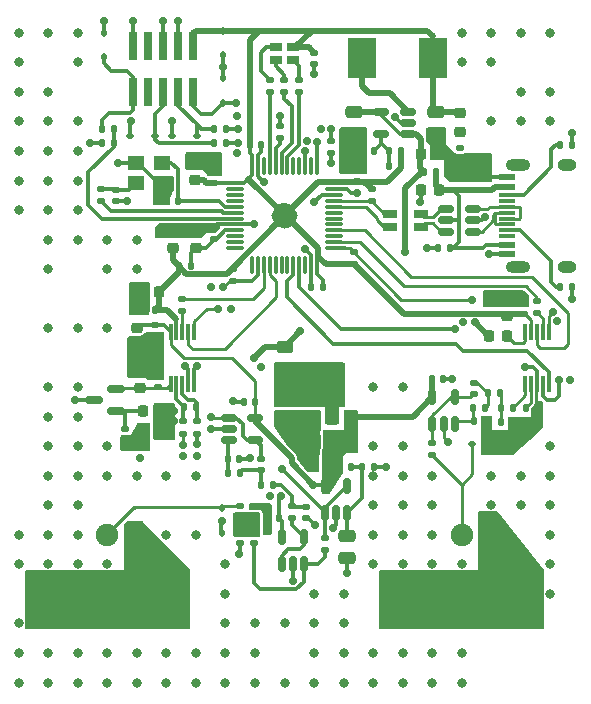
<source format=gbr>
%TF.GenerationSoftware,KiCad,Pcbnew,(7.0.0)*%
%TF.CreationDate,2023-08-19T19:02:20+01:00*%
%TF.ProjectId,Nemesis-MixSigPCB,4e656d65-7369-4732-9d4d-697853696750,rev?*%
%TF.SameCoordinates,Original*%
%TF.FileFunction,Copper,L1,Top*%
%TF.FilePolarity,Positive*%
%FSLAX46Y46*%
G04 Gerber Fmt 4.6, Leading zero omitted, Abs format (unit mm)*
G04 Created by KiCad (PCBNEW (7.0.0)) date 2023-08-19 19:02:20*
%MOMM*%
%LPD*%
G01*
G04 APERTURE LIST*
G04 Aperture macros list*
%AMRoundRect*
0 Rectangle with rounded corners*
0 $1 Rounding radius*
0 $2 $3 $4 $5 $6 $7 $8 $9 X,Y pos of 4 corners*
0 Add a 4 corners polygon primitive as box body*
4,1,4,$2,$3,$4,$5,$6,$7,$8,$9,$2,$3,0*
0 Add four circle primitives for the rounded corners*
1,1,$1+$1,$2,$3*
1,1,$1+$1,$4,$5*
1,1,$1+$1,$6,$7*
1,1,$1+$1,$8,$9*
0 Add four rect primitives between the rounded corners*
20,1,$1+$1,$2,$3,$4,$5,0*
20,1,$1+$1,$4,$5,$6,$7,0*
20,1,$1+$1,$6,$7,$8,$9,0*
20,1,$1+$1,$8,$9,$2,$3,0*%
%AMFreePoly0*
4,1,9,3.862500,-0.866500,0.737500,-0.866500,0.737500,-0.450000,-0.737500,-0.450000,-0.737500,0.450000,0.737500,0.450000,0.737500,0.866500,3.862500,0.866500,3.862500,-0.866500,3.862500,-0.866500,$1*%
G04 Aperture macros list end*
%TA.AperFunction,NonConductor*%
%ADD10C,1.120000*%
%TD*%
%TA.AperFunction,SMDPad,CuDef*%
%ADD11R,0.300000X1.450000*%
%TD*%
%TA.AperFunction,SMDPad,CuDef*%
%ADD12RoundRect,0.140000X-0.170000X0.140000X-0.170000X-0.140000X0.170000X-0.140000X0.170000X0.140000X0*%
%TD*%
%TA.AperFunction,SMDPad,CuDef*%
%ADD13RoundRect,0.250000X-0.475000X0.250000X-0.475000X-0.250000X0.475000X-0.250000X0.475000X0.250000X0*%
%TD*%
%TA.AperFunction,SMDPad,CuDef*%
%ADD14RoundRect,0.135000X-0.135000X-0.185000X0.135000X-0.185000X0.135000X0.185000X-0.135000X0.185000X0*%
%TD*%
%TA.AperFunction,SMDPad,CuDef*%
%ADD15RoundRect,0.140000X0.140000X0.170000X-0.140000X0.170000X-0.140000X-0.170000X0.140000X-0.170000X0*%
%TD*%
%TA.AperFunction,SMDPad,CuDef*%
%ADD16RoundRect,0.135000X0.185000X-0.135000X0.185000X0.135000X-0.185000X0.135000X-0.185000X-0.135000X0*%
%TD*%
%TA.AperFunction,SMDPad,CuDef*%
%ADD17RoundRect,0.112500X0.112500X-0.187500X0.112500X0.187500X-0.112500X0.187500X-0.112500X-0.187500X0*%
%TD*%
%TA.AperFunction,SMDPad,CuDef*%
%ADD18RoundRect,0.075000X-0.662500X-0.075000X0.662500X-0.075000X0.662500X0.075000X-0.662500X0.075000X0*%
%TD*%
%TA.AperFunction,SMDPad,CuDef*%
%ADD19RoundRect,0.075000X-0.075000X-0.662500X0.075000X-0.662500X0.075000X0.662500X-0.075000X0.662500X0*%
%TD*%
%TA.AperFunction,SMDPad,CuDef*%
%ADD20RoundRect,0.140000X0.170000X-0.140000X0.170000X0.140000X-0.170000X0.140000X-0.170000X-0.140000X0*%
%TD*%
%TA.AperFunction,SMDPad,CuDef*%
%ADD21RoundRect,0.135000X-0.185000X0.135000X-0.185000X-0.135000X0.185000X-0.135000X0.185000X0.135000X0*%
%TD*%
%TA.AperFunction,SMDPad,CuDef*%
%ADD22RoundRect,0.150000X0.150000X-0.512500X0.150000X0.512500X-0.150000X0.512500X-0.150000X-0.512500X0*%
%TD*%
%TA.AperFunction,SMDPad,CuDef*%
%ADD23RoundRect,0.135000X0.135000X0.185000X-0.135000X0.185000X-0.135000X-0.185000X0.135000X-0.185000X0*%
%TD*%
%TA.AperFunction,SMDPad,CuDef*%
%ADD24RoundRect,0.225000X0.250000X-0.225000X0.250000X0.225000X-0.250000X0.225000X-0.250000X-0.225000X0*%
%TD*%
%TA.AperFunction,SMDPad,CuDef*%
%ADD25RoundRect,0.250000X0.450000X-0.262500X0.450000X0.262500X-0.450000X0.262500X-0.450000X-0.262500X0*%
%TD*%
%TA.AperFunction,SMDPad,CuDef*%
%ADD26R,0.740000X2.400000*%
%TD*%
%TA.AperFunction,SMDPad,CuDef*%
%ADD27RoundRect,0.218750X0.256250X-0.218750X0.256250X0.218750X-0.256250X0.218750X-0.256250X-0.218750X0*%
%TD*%
%TA.AperFunction,SMDPad,CuDef*%
%ADD28R,1.450000X0.600000*%
%TD*%
%TA.AperFunction,SMDPad,CuDef*%
%ADD29R,1.450000X0.300000*%
%TD*%
%TA.AperFunction,ComponentPad*%
%ADD30O,1.600000X1.000000*%
%TD*%
%TA.AperFunction,ComponentPad*%
%ADD31O,2.100000X1.000000*%
%TD*%
%TA.AperFunction,ComponentPad*%
%ADD32C,1.900000*%
%TD*%
%TA.AperFunction,ComponentPad*%
%ADD33C,3.000000*%
%TD*%
%TA.AperFunction,SMDPad,CuDef*%
%ADD34RoundRect,0.150000X0.512500X0.150000X-0.512500X0.150000X-0.512500X-0.150000X0.512500X-0.150000X0*%
%TD*%
%TA.AperFunction,SMDPad,CuDef*%
%ADD35R,2.350000X3.500000*%
%TD*%
%TA.AperFunction,SMDPad,CuDef*%
%ADD36RoundRect,0.250000X0.250000X0.475000X-0.250000X0.475000X-0.250000X-0.475000X0.250000X-0.475000X0*%
%TD*%
%TA.AperFunction,SMDPad,CuDef*%
%ADD37R,1.400000X1.200000*%
%TD*%
%TA.AperFunction,SMDPad,CuDef*%
%ADD38RoundRect,0.140000X-0.140000X-0.170000X0.140000X-0.170000X0.140000X0.170000X-0.140000X0.170000X0*%
%TD*%
%TA.AperFunction,SMDPad,CuDef*%
%ADD39RoundRect,0.225000X-0.250000X0.225000X-0.250000X-0.225000X0.250000X-0.225000X0.250000X0.225000X0*%
%TD*%
%TA.AperFunction,SMDPad,CuDef*%
%ADD40RoundRect,0.150000X0.587500X0.150000X-0.587500X0.150000X-0.587500X-0.150000X0.587500X-0.150000X0*%
%TD*%
%TA.AperFunction,SMDPad,CuDef*%
%ADD41RoundRect,0.225000X0.225000X0.250000X-0.225000X0.250000X-0.225000X-0.250000X0.225000X-0.250000X0*%
%TD*%
%TA.AperFunction,SMDPad,CuDef*%
%ADD42RoundRect,0.112500X-0.112500X0.187500X-0.112500X-0.187500X0.112500X-0.187500X0.112500X0.187500X0*%
%TD*%
%TA.AperFunction,SMDPad,CuDef*%
%ADD43RoundRect,0.112500X0.187500X0.112500X-0.187500X0.112500X-0.187500X-0.112500X0.187500X-0.112500X0*%
%TD*%
%TA.AperFunction,SMDPad,CuDef*%
%ADD44RoundRect,0.112500X-0.187500X-0.112500X0.187500X-0.112500X0.187500X0.112500X-0.187500X0.112500X0*%
%TD*%
%TA.AperFunction,SMDPad,CuDef*%
%ADD45RoundRect,0.225000X-0.225000X-0.250000X0.225000X-0.250000X0.225000X0.250000X-0.225000X0.250000X0*%
%TD*%
%TA.AperFunction,SMDPad,CuDef*%
%ADD46RoundRect,0.150000X-0.512500X-0.150000X0.512500X-0.150000X0.512500X0.150000X-0.512500X0.150000X0*%
%TD*%
%TA.AperFunction,SMDPad,CuDef*%
%ADD47RoundRect,0.147500X0.147500X0.172500X-0.147500X0.172500X-0.147500X-0.172500X0.147500X-0.172500X0*%
%TD*%
%TA.AperFunction,SMDPad,CuDef*%
%ADD48R,1.200000X0.700000*%
%TD*%
%TA.AperFunction,SMDPad,CuDef*%
%ADD49R,0.900000X1.300000*%
%TD*%
%TA.AperFunction,SMDPad,CuDef*%
%ADD50FreePoly0,90.000000*%
%TD*%
%TA.AperFunction,SMDPad,CuDef*%
%ADD51R,1.000000X0.800000*%
%TD*%
%TA.AperFunction,ViaPad*%
%ADD52C,0.800000*%
%TD*%
%TA.AperFunction,ViaPad*%
%ADD53C,0.700000*%
%TD*%
%TA.AperFunction,Conductor*%
%ADD54C,0.293370*%
%TD*%
%TA.AperFunction,Conductor*%
%ADD55C,0.300000*%
%TD*%
%TA.AperFunction,Conductor*%
%ADD56C,0.500000*%
%TD*%
%TA.AperFunction,Conductor*%
%ADD57C,0.261112*%
%TD*%
G04 APERTURE END LIST*
D10*
X145560000Y-82970000D02*
G75*
G03*
X145560000Y-82970000I-560000J0D01*
G01*
D11*
%TO.P,U303,1,VREF*%
%TO.N,/ADC/ADC_VREF*%
X135349999Y-97219999D03*
%TO.P,U303,2,+IN*%
%TO.N,/ADC/ADC_IN+*%
X135849999Y-97219999D03*
%TO.P,U303,3,-IN*%
%TO.N,/ADC/ADC_IN-*%
X136349999Y-97219999D03*
%TO.P,U303,4,GND*%
%TO.N,GND*%
X136849999Y-97219999D03*
%TO.P,U303,5,GND*%
X137349999Y-97219999D03*
%TO.P,U303,6,NCS*%
%TO.N,SPI1_NSS*%
X137349999Y-92819999D03*
%TO.P,U303,7,DOUT*%
%TO.N,SPI1_MISO*%
X136849999Y-92819999D03*
%TO.P,U303,8,SCLK*%
%TO.N,/ADC/ADC_SCLK*%
X136349999Y-92819999D03*
%TO.P,U303,9,VIO*%
%TO.N,+3V3*%
X135849999Y-92819999D03*
%TO.P,U303,10,VA*%
%TO.N,+3.3VA*%
X135349999Y-92819999D03*
%TD*%
%TO.P,U400,1,VOUT_A*%
%TO.N,/DAC/DAC_OUT_A*%
X165349999Y-97219999D03*
%TO.P,U400,2,VOUT_B*%
%TO.N,/DAC/DAC_OUT_B*%
X165849999Y-97219999D03*
%TO.P,U400,3,GND*%
%TO.N,GND*%
X166349999Y-97219999D03*
%TO.P,U400,4,NLDAC*%
%TO.N,DAC_NLDAC*%
X166849999Y-97219999D03*
%TO.P,U400,5,NCLR*%
%TO.N,DAC_NCLR*%
X167349999Y-97219999D03*
%TO.P,U400,6,NSYNC*%
%TO.N,SPI2_NSS*%
X167349999Y-92819999D03*
%TO.P,U400,7,SCLK*%
%TO.N,/DAC/DAC_SCLK*%
X166849999Y-92819999D03*
%TO.P,U400,8,DIN*%
%TO.N,SPI2_MOSI*%
X166349999Y-92819999D03*
%TO.P,U400,9,AVDD*%
%TO.N,+3V3*%
X165849999Y-92819999D03*
%TO.P,U400,10,VREFIN/VREFOUT*%
%TO.N,/DAC/DAC_VREF*%
X165349999Y-92819999D03*
%TD*%
D12*
%TO.P,C303,1*%
%TO.N,Net-(C303-Pad1)*%
X146850000Y-107620000D03*
%TO.P,C303,2*%
%TO.N,GND*%
X146850000Y-108580000D03*
%TD*%
D13*
%TO.P,C105,1*%
%TO.N,+3V3*%
X157840000Y-74170000D03*
%TO.P,C105,2*%
%TO.N,GND*%
X157840000Y-76070000D03*
%TD*%
D14*
%TO.P,R304,1*%
%TO.N,Net-(C305-Pad1)*%
X142980000Y-105745000D03*
%TO.P,R304,2*%
%TO.N,Net-(C303-Pad1)*%
X144000000Y-105745000D03*
%TD*%
D15*
%TO.P,C306,1*%
%TO.N,+3.3VA*%
X142520000Y-98720000D03*
%TO.P,C306,2*%
%TO.N,GND*%
X141560000Y-98720000D03*
%TD*%
D16*
%TO.P,R301,1*%
%TO.N,GND*%
X141210000Y-110720000D03*
%TO.P,R301,2*%
%TO.N,/ADC/IN_RF*%
X141210000Y-109700000D03*
%TD*%
D17*
%TO.P,D202,1,A1*%
%TO.N,/MCU/CONN_SWDIO*%
X139830000Y-73420000D03*
%TO.P,D202,2,A2*%
%TO.N,GND*%
X139830000Y-71320000D03*
%TD*%
D16*
%TO.P,R103,1*%
%TO.N,GND*%
X159840000Y-78280000D03*
%TO.P,R103,2*%
%TO.N,/Power/LED_PWR_K*%
X159840000Y-77260000D03*
%TD*%
D18*
%TO.P,U200,1,VBAT*%
%TO.N,+3V3*%
X140837500Y-80220000D03*
%TO.P,U200,2,PC13*%
%TO.N,unconnected-(U200-PC13-Pad2)*%
X140837500Y-80720000D03*
%TO.P,U200,3,PC14*%
%TO.N,unconnected-(U200-PC14-Pad3)*%
X140837500Y-81220000D03*
%TO.P,U200,4,PC15*%
%TO.N,unconnected-(U200-PC15-Pad4)*%
X140837500Y-81720000D03*
%TO.P,U200,5,PD0*%
%TO.N,/MCU/HSE_IN*%
X140837500Y-82220000D03*
%TO.P,U200,6,PD1*%
%TO.N,/MCU/HSE_OUT*%
X140837500Y-82720000D03*
%TO.P,U200,7,NRST*%
%TO.N,/MCU/NRST*%
X140837500Y-83220000D03*
%TO.P,U200,8,VSSA*%
%TO.N,GND*%
X140837500Y-83720000D03*
%TO.P,U200,9,VDDA*%
%TO.N,VDDA*%
X140837500Y-84220000D03*
%TO.P,U200,10,PA0*%
%TO.N,unconnected-(U200-PA0-Pad10)*%
X140837500Y-84720000D03*
%TO.P,U200,11,PA1*%
%TO.N,unconnected-(U200-PA1-Pad11)*%
X140837500Y-85220000D03*
%TO.P,U200,12,PA2*%
%TO.N,unconnected-(U200-PA2-Pad12)*%
X140837500Y-85720000D03*
D19*
%TO.P,U200,13,PA3*%
%TO.N,unconnected-(U200-PA3-Pad13)*%
X142250000Y-87132500D03*
%TO.P,U200,14,PA4*%
%TO.N,SPI1_NSS*%
X142750000Y-87132500D03*
%TO.P,U200,15,PA5*%
%TO.N,SPI1_SCK*%
X143250000Y-87132500D03*
%TO.P,U200,16,PA6*%
%TO.N,SPI1_MISO*%
X143750000Y-87132500D03*
%TO.P,U200,17,PA7*%
%TO.N,unconnected-(U200-PA7-Pad17)*%
X144250000Y-87132500D03*
%TO.P,U200,18,PB0*%
%TO.N,unconnected-(U200-PB0-Pad18)*%
X144750000Y-87132500D03*
%TO.P,U200,19,PB1*%
%TO.N,unconnected-(U200-PB1-Pad19)*%
X145250000Y-87132500D03*
%TO.P,U200,20,PB2*%
%TO.N,DAC_NCLR*%
X145750000Y-87132500D03*
%TO.P,U200,21,PB10*%
%TO.N,DAC_NLDAC*%
X146250000Y-87132500D03*
%TO.P,U200,22,PB11*%
%TO.N,unconnected-(U200-PB11-Pad22)*%
X146750000Y-87132500D03*
%TO.P,U200,23,VSS*%
%TO.N,GND*%
X147250000Y-87132500D03*
%TO.P,U200,24,VDD*%
%TO.N,+3V3*%
X147750000Y-87132500D03*
D18*
%TO.P,U200,25,PB12*%
%TO.N,SPI2_NSS*%
X149162500Y-85720000D03*
%TO.P,U200,26,PB13*%
%TO.N,SPI2_SCK*%
X149162500Y-85220000D03*
%TO.P,U200,27,PB14*%
%TO.N,unconnected-(U200-PB14-Pad27)*%
X149162500Y-84720000D03*
%TO.P,U200,28,PB15*%
%TO.N,SPI2_MOSI*%
X149162500Y-84220000D03*
%TO.P,U200,29,PA8*%
%TO.N,unconnected-(U200-PA8-Pad29)*%
X149162500Y-83720000D03*
%TO.P,U200,30,PA9*%
%TO.N,unconnected-(U200-PA9-Pad30)*%
X149162500Y-83220000D03*
%TO.P,U200,31,PA10*%
%TO.N,unconnected-(U200-PA10-Pad31)*%
X149162500Y-82720000D03*
%TO.P,U200,32,PA11*%
%TO.N,/MCU/USB_D-*%
X149162500Y-82220000D03*
%TO.P,U200,33,PA12*%
%TO.N,/MCU/USB_D+*%
X149162500Y-81720000D03*
%TO.P,U200,34,PA13*%
%TO.N,/MCU/SWDIO*%
X149162500Y-81220000D03*
%TO.P,U200,35,VSS*%
%TO.N,GND*%
X149162500Y-80720000D03*
%TO.P,U200,36,VDD*%
%TO.N,+3V3*%
X149162500Y-80220000D03*
D19*
%TO.P,U200,37,PA14*%
%TO.N,/MCU/SWCLK*%
X147750000Y-78807500D03*
%TO.P,U200,38,PA15*%
%TO.N,unconnected-(U200-PA15-Pad38)*%
X147250000Y-78807500D03*
%TO.P,U200,39,PB3*%
%TO.N,/MCU/SWO*%
X146750000Y-78807500D03*
%TO.P,U200,40,PB4*%
%TO.N,unconnected-(U200-PB4-Pad40)*%
X146250000Y-78807500D03*
%TO.P,U200,41,PB5*%
%TO.N,unconnected-(U200-PB5-Pad41)*%
X145750000Y-78807500D03*
%TO.P,U200,42,PB6*%
%TO.N,/MCU/TIM4_CH1*%
X145250000Y-78807500D03*
%TO.P,U200,43,PB7*%
%TO.N,/MCU/TIM4_CH2*%
X144750000Y-78807500D03*
%TO.P,U200,44,BOOT0*%
%TO.N,/MCU/BOOT0*%
X144250000Y-78807500D03*
%TO.P,U200,45,PB8*%
%TO.N,/MCU/TIM4_CH3*%
X143750000Y-78807500D03*
%TO.P,U200,46,PB9*%
%TO.N,unconnected-(U200-PB9-Pad46)*%
X143250000Y-78807500D03*
%TO.P,U200,47,VSS*%
%TO.N,GND*%
X142750000Y-78807500D03*
%TO.P,U200,48,VDD*%
%TO.N,+3V3*%
X142250000Y-78807500D03*
%TD*%
D15*
%TO.P,C202,1*%
%TO.N,+3V3*%
X148230000Y-89000000D03*
%TO.P,C202,2*%
%TO.N,GND*%
X147270000Y-89000000D03*
%TD*%
%TO.P,C302,1*%
%TO.N,+3.3VA*%
X144490000Y-108570000D03*
%TO.P,C302,2*%
%TO.N,GND*%
X143530000Y-108570000D03*
%TD*%
D14*
%TO.P,R305,1*%
%TO.N,/ADC/IN_AA_BUF_IN*%
X140180000Y-104745000D03*
%TO.P,R305,2*%
%TO.N,Net-(C305-Pad1)*%
X141200000Y-104745000D03*
%TD*%
D20*
%TO.P,C305,1*%
%TO.N,Net-(C305-Pad1)*%
X143000000Y-104545000D03*
%TO.P,C305,2*%
%TO.N,/ADC/IN_AA_BUF_OUT*%
X143000000Y-103585000D03*
%TD*%
D15*
%TO.P,C212,1*%
%TO.N,/MCU/NRST*%
X130520000Y-76850000D03*
%TO.P,C212,2*%
%TO.N,GND*%
X129560000Y-76850000D03*
%TD*%
D21*
%TO.P,R303,1*%
%TO.N,Net-(C303-Pad1)*%
X145650000Y-107590000D03*
%TO.P,R303,2*%
%TO.N,/ADC/IN_BUF_OUT*%
X145650000Y-108610000D03*
%TD*%
D22*
%TO.P,U102,1*%
%TO.N,VCOM*%
X148400000Y-108137500D03*
%TO.P,U102,2,V-*%
%TO.N,GND*%
X149350000Y-108137500D03*
%TO.P,U102,3,+*%
%TO.N,/Power/VREF*%
X150300000Y-108137500D03*
%TO.P,U102,4,-*%
%TO.N,VCOM*%
X150300000Y-105862500D03*
%TO.P,U102,5,V+*%
%TO.N,+3.3VA*%
X148400000Y-105862500D03*
%TD*%
D14*
%TO.P,R403,1*%
%TO.N,Net-(C405-Pad1)*%
X162190000Y-98020000D03*
%TO.P,R403,2*%
%TO.N,Net-(C403-Pad1)*%
X163210000Y-98020000D03*
%TD*%
D23*
%TO.P,R213,1*%
%TO.N,/MCU/NRST*%
X130550000Y-75600000D03*
%TO.P,R213,2*%
%TO.N,/MCU/CONN_NRST*%
X129530000Y-75600000D03*
%TD*%
%TO.P,R211,1*%
%TO.N,/MCU/SWCLK*%
X140060000Y-75600000D03*
%TO.P,R211,2*%
%TO.N,/MCU/CONN_SWCLK*%
X139040000Y-75600000D03*
%TD*%
D24*
%TO.P,C200,1*%
%TO.N,+3V3*%
X137400000Y-79995000D03*
%TO.P,C200,2*%
%TO.N,GND*%
X137400000Y-78445000D03*
%TD*%
D16*
%TO.P,R201,1*%
%TO.N,/MCU/HSE_OUT*%
X129450000Y-81760000D03*
%TO.P,R201,2*%
%TO.N,/MCU/XTAL_IN*%
X129450000Y-80740000D03*
%TD*%
D20*
%TO.P,C201,1*%
%TO.N,+3V3*%
X139040000Y-80220000D03*
%TO.P,C201,2*%
%TO.N,GND*%
X139040000Y-79260000D03*
%TD*%
D13*
%TO.P,C104,1*%
%TO.N,+5V*%
X150840000Y-74170000D03*
%TO.P,C104,2*%
%TO.N,GND*%
X150840000Y-76070000D03*
%TD*%
D20*
%TO.P,C203,1*%
%TO.N,+3V3*%
X151100000Y-80080000D03*
%TO.P,C203,2*%
%TO.N,GND*%
X151100000Y-79120000D03*
%TD*%
D14*
%TO.P,R205,1*%
%TO.N,/MCU/USB_CONN_CC1*%
X168290000Y-89000000D03*
%TO.P,R205,2*%
%TO.N,GND*%
X169310000Y-89000000D03*
%TD*%
D16*
%TO.P,R207,1*%
%TO.N,/MCU/TIM4_CH1*%
X146250000Y-72470000D03*
%TO.P,R207,2*%
%TO.N,/MCU/LED_R_K*%
X146250000Y-71450000D03*
%TD*%
D24*
%TO.P,C206,1*%
%TO.N,VDDA*%
X137540000Y-85720000D03*
%TO.P,C206,2*%
%TO.N,GND*%
X137540000Y-84170000D03*
%TD*%
%TO.P,C400,1*%
%TO.N,+3V3*%
X163850000Y-91475000D03*
%TO.P,C400,2*%
%TO.N,GND*%
X163850000Y-89925000D03*
%TD*%
D25*
%TO.P,R100,1*%
%TO.N,/Power/+5V_FILT*%
X145000000Y-95932500D03*
%TO.P,R100,2*%
%TO.N,+5V*%
X145000000Y-94107500D03*
%TD*%
D26*
%TO.P,J201,1,Pin_1*%
%TO.N,+3V3*%
X137289999Y-68619999D03*
%TO.P,J201,2,Pin_2*%
%TO.N,/MCU/CONN_SWDIO*%
X137289999Y-72519999D03*
%TO.P,J201,3,Pin_3*%
%TO.N,GND*%
X136019999Y-68619999D03*
%TO.P,J201,4,Pin_4*%
%TO.N,/MCU/CONN_SWCLK*%
X136019999Y-72519999D03*
%TO.P,J201,5,Pin_5*%
%TO.N,GND*%
X134749999Y-68619999D03*
%TO.P,J201,6,Pin_6*%
%TO.N,/MCU/CONN_SWO*%
X134749999Y-72519999D03*
%TO.P,J201,7,Pin_7*%
%TO.N,unconnected-(J201-Pin_7-Pad7)*%
X133479999Y-68619999D03*
%TO.P,J201,8,Pin_8*%
%TO.N,unconnected-(J201-Pin_8-Pad8)*%
X133479999Y-72519999D03*
%TO.P,J201,9,Pin_9*%
%TO.N,GND*%
X132209999Y-68619999D03*
%TO.P,J201,10,Pin_10*%
%TO.N,/MCU/CONN_NRST*%
X132209999Y-72519999D03*
%TD*%
D15*
%TO.P,C210,1*%
%TO.N,VBUS*%
X158980000Y-85700000D03*
%TO.P,C210,2*%
%TO.N,GND*%
X158020000Y-85700000D03*
%TD*%
D27*
%TO.P,D100,1,K*%
%TO.N,/Power/LED_PWR_K*%
X159840000Y-75887500D03*
%TO.P,D100,2,A*%
%TO.N,+3V3*%
X159840000Y-74312500D03*
%TD*%
D12*
%TO.P,C209,1*%
%TO.N,/MCU/XTAL_IN*%
X130700000Y-80790000D03*
%TO.P,C209,2*%
%TO.N,GND*%
X130700000Y-81750000D03*
%TD*%
D21*
%TO.P,R306,1*%
%TO.N,/ADC/ADC_IN+*%
X136400000Y-100400000D03*
%TO.P,R306,2*%
%TO.N,/ADC/IN_AA_BUF_OUT*%
X136400000Y-101420000D03*
%TD*%
D28*
%TO.P,J200,A1,GND*%
%TO.N,GND*%
X163844999Y-86219999D03*
%TO.P,J200,A4,VBUS*%
%TO.N,VBUS*%
X163844999Y-85419999D03*
D29*
%TO.P,J200,A5,CC1*%
%TO.N,/MCU/USB_CONN_CC1*%
X163844999Y-84219999D03*
%TO.P,J200,A6,D+*%
%TO.N,/MCU/USB_CONN_D+*%
X163844999Y-83219999D03*
%TO.P,J200,A7,D-*%
%TO.N,/MCU/USB_CONN_D-*%
X163844999Y-82719999D03*
%TO.P,J200,A8,SBU1*%
%TO.N,unconnected-(J200-SBU1-PadA8)*%
X163844999Y-81719999D03*
D28*
%TO.P,J200,A9,VBUS*%
%TO.N,VBUS*%
X163844999Y-80519999D03*
%TO.P,J200,A12,GND*%
%TO.N,GND*%
X163844999Y-79719999D03*
%TO.P,J200,B1,GND*%
X163844999Y-79719999D03*
%TO.P,J200,B4,VBUS*%
%TO.N,VBUS*%
X163844999Y-80519999D03*
D29*
%TO.P,J200,B5,CC2*%
%TO.N,/MCU/USB_CONN_CC2*%
X163844999Y-81219999D03*
%TO.P,J200,B6,D+*%
%TO.N,/MCU/USB_CONN_D+*%
X163844999Y-82219999D03*
%TO.P,J200,B7,D-*%
%TO.N,/MCU/USB_CONN_D-*%
X163844999Y-83719999D03*
%TO.P,J200,B8,SBU2*%
%TO.N,unconnected-(J200-SBU2-PadB8)*%
X163844999Y-84719999D03*
D28*
%TO.P,J200,B9,VBUS*%
%TO.N,VBUS*%
X163844999Y-85419999D03*
%TO.P,J200,B12,GND*%
%TO.N,GND*%
X163844999Y-86219999D03*
D30*
%TO.P,J200,S1,SHIELD*%
%TO.N,unconnected-(J200-SHIELD-PadS1)*%
X168939999Y-87289999D03*
D31*
X164759999Y-87289999D03*
X164759999Y-78649999D03*
D30*
X168939999Y-78649999D03*
%TD*%
D16*
%TO.P,R300,1*%
%TO.N,/ADC/IN_RF*%
X141210000Y-108610000D03*
%TO.P,R300,2*%
%TO.N,/ADC/IN*%
X141210000Y-107590000D03*
%TD*%
D32*
%TO.P,J400,1,In*%
%TO.N,/DAC/OUT*%
X160000000Y-110020000D03*
D33*
%TO.P,J400,2,Ext*%
%TO.N,GND*%
X165080000Y-115100000D03*
D32*
X162540000Y-110020000D03*
D33*
X154920000Y-115100000D03*
%TD*%
D34*
%TO.P,U101,1,EN*%
%TO.N,+5V*%
X155477500Y-76070000D03*
%TO.P,U101,2,GND*%
%TO.N,GND*%
X155477500Y-75120000D03*
%TO.P,U101,3,SW*%
%TO.N,/Power/BUCK_SW*%
X155477500Y-74170000D03*
%TO.P,U101,4,VIN*%
%TO.N,+5V*%
X153202500Y-74170000D03*
%TO.P,U101,5,FB*%
%TO.N,/Power/BUCK_FB*%
X153202500Y-76070000D03*
%TD*%
D22*
%TO.P,U401,1*%
%TO.N,/DAC/OUT_AA_BUF_OUT*%
X157510000Y-100620000D03*
%TO.P,U401,2,V-*%
%TO.N,GND*%
X158460000Y-100620000D03*
%TO.P,U401,3,+*%
%TO.N,/DAC/OUT_AA_BUF_IN*%
X159410000Y-100620000D03*
%TO.P,U401,4,-*%
%TO.N,/DAC/OUT_AA_BUF_OUT*%
X159410000Y-98345000D03*
%TO.P,U401,5,V+*%
%TO.N,+3.3VA*%
X157510000Y-98345000D03*
%TD*%
D35*
%TO.P,L101,1,1*%
%TO.N,/Power/BUCK_SW*%
X151539999Y-69604999D03*
%TO.P,L101,2,2*%
%TO.N,+3V3*%
X157589999Y-69604999D03*
%TD*%
D21*
%TO.P,R309,1*%
%TO.N,SPI1_SCK*%
X136350000Y-90000000D03*
%TO.P,R309,2*%
%TO.N,/ADC/ADC_SCLK*%
X136350000Y-91020000D03*
%TD*%
D36*
%TO.P,C103,1*%
%TO.N,+3.3VA*%
X149450000Y-102100000D03*
%TO.P,C103,2*%
%TO.N,GND*%
X147550000Y-102100000D03*
%TD*%
D37*
%TO.P,Y200,1,1*%
%TO.N,/MCU/HSE_IN*%
X134599999Y-78519999D03*
%TO.P,Y200,2,2*%
%TO.N,GND*%
X132399999Y-78519999D03*
%TO.P,Y200,3,3*%
%TO.N,/MCU/XTAL_IN*%
X132399999Y-80219999D03*
%TO.P,Y200,4,4*%
%TO.N,GND*%
X134599999Y-80219999D03*
%TD*%
D38*
%TO.P,C307,1*%
%TO.N,/ADC/ADC_IN+*%
X136520000Y-99200000D03*
%TO.P,C307,2*%
%TO.N,/ADC/ADC_IN-*%
X137480000Y-99200000D03*
%TD*%
D23*
%TO.P,R105,1*%
%TO.N,GND*%
X152570000Y-104250000D03*
%TO.P,R105,2*%
%TO.N,/Power/VREF*%
X151550000Y-104250000D03*
%TD*%
D21*
%TO.P,R400,1*%
%TO.N,SPI2_SCK*%
X166400000Y-90190000D03*
%TO.P,R400,2*%
%TO.N,/DAC/DAC_SCLK*%
X166400000Y-91210000D03*
%TD*%
D39*
%TO.P,C312,1*%
%TO.N,+3.3VA*%
X132502500Y-92470000D03*
%TO.P,C312,2*%
%TO.N,GND*%
X132502500Y-94020000D03*
%TD*%
D38*
%TO.P,C404,1*%
%TO.N,/DAC/OUT_AA_BUF_IN*%
X161020000Y-100400000D03*
%TO.P,C404,2*%
%TO.N,GND*%
X161980000Y-100400000D03*
%TD*%
D40*
%TO.P,U302,1,IN*%
%TO.N,/ADC/ADC_VREF_VIN*%
X130752500Y-99520000D03*
%TO.P,U302,2,OUT*%
%TO.N,/ADC/ADC_VREF*%
X130752500Y-97620000D03*
%TO.P,U302,3,GND*%
%TO.N,GND*%
X128877500Y-98570000D03*
%TD*%
D16*
%TO.P,R202,1*%
%TO.N,+3V3*%
X150850000Y-87070000D03*
%TO.P,R202,2*%
%TO.N,SPI2_NSS*%
X150850000Y-86050000D03*
%TD*%
D41*
%TO.P,C100,1*%
%TO.N,VBUS*%
X158075000Y-80770000D03*
%TO.P,C100,2*%
%TO.N,GND*%
X156525000Y-80770000D03*
%TD*%
D13*
%TO.P,C102,1*%
%TO.N,/Power/+5V_FILT*%
X145040000Y-98270000D03*
%TO.P,C102,2*%
%TO.N,GND*%
X145040000Y-100170000D03*
%TD*%
D12*
%TO.P,C313,1*%
%TO.N,+3.3VA*%
X134002500Y-92260000D03*
%TO.P,C313,2*%
%TO.N,GND*%
X134002500Y-93220000D03*
%TD*%
D42*
%TO.P,D201,1,A1*%
%TO.N,+3V3*%
X139800000Y-67300000D03*
%TO.P,D201,2,A2*%
%TO.N,GND*%
X139800000Y-69400000D03*
%TD*%
D15*
%TO.P,C314,1*%
%TO.N,+3V3*%
X134064229Y-90925838D03*
%TO.P,C314,2*%
%TO.N,GND*%
X133104229Y-90925838D03*
%TD*%
D42*
%TO.P,D300,1,A1*%
%TO.N,/ADC/IN*%
X139670000Y-107747500D03*
%TO.P,D300,2,A2*%
%TO.N,GND*%
X139670000Y-109847500D03*
%TD*%
D43*
%TO.P,D204,1,A1*%
%TO.N,/MCU/CONN_SWO*%
X134040000Y-76220000D03*
%TO.P,D204,2,A2*%
%TO.N,GND*%
X131940000Y-76220000D03*
%TD*%
D44*
%TO.P,D400,1,A1*%
%TO.N,/DAC/OUT*%
X160890000Y-102270000D03*
%TO.P,D400,2,A2*%
%TO.N,GND*%
X162990000Y-102270000D03*
%TD*%
D45*
%TO.P,C101,1*%
%TO.N,+5V*%
X156525000Y-77770000D03*
%TO.P,C101,2*%
%TO.N,GND*%
X158075000Y-77770000D03*
%TD*%
D15*
%TO.P,C108,1*%
%TO.N,+3.3VA*%
X148590000Y-104242500D03*
%TO.P,C108,2*%
%TO.N,GND*%
X147630000Y-104242500D03*
%TD*%
D46*
%TO.P,U301,1*%
%TO.N,/ADC/IN_AA_BUF_OUT*%
X140265000Y-100070000D03*
%TO.P,U301,2,V-*%
%TO.N,GND*%
X140265000Y-101020000D03*
%TO.P,U301,3,+*%
%TO.N,/ADC/IN_AA_BUF_IN*%
X140265000Y-101970000D03*
%TO.P,U301,4,-*%
%TO.N,/ADC/IN_AA_BUF_OUT*%
X142540000Y-101970000D03*
%TO.P,U301,5,V+*%
%TO.N,+3.3VA*%
X142540000Y-100070000D03*
%TD*%
D21*
%TO.P,R203,1*%
%TO.N,+3V3*%
X140600000Y-87490000D03*
%TO.P,R203,2*%
%TO.N,SPI1_NSS*%
X140600000Y-88510000D03*
%TD*%
D12*
%TO.P,C211,1*%
%TO.N,+3V3*%
X147490000Y-69160000D03*
%TO.P,C211,2*%
%TO.N,GND*%
X147490000Y-70120000D03*
%TD*%
D24*
%TO.P,C310,1*%
%TO.N,/ADC/ADC_VREF*%
X132752500Y-97560000D03*
%TO.P,C310,2*%
%TO.N,GND*%
X132752500Y-96010000D03*
%TD*%
D45*
%TO.P,C308,1*%
%TO.N,+5V*%
X133002500Y-101270000D03*
%TO.P,C308,2*%
%TO.N,GND*%
X134552500Y-101270000D03*
%TD*%
D21*
%TO.P,R308,1*%
%TO.N,/ADC/ADC_VREF_VIN*%
X131502500Y-101035000D03*
%TO.P,R308,2*%
%TO.N,+5V*%
X131502500Y-102055000D03*
%TD*%
D14*
%TO.P,R402,1*%
%TO.N,Net-(C403-Pad1)*%
X163300000Y-99220000D03*
%TO.P,R402,2*%
%TO.N,/DAC/DAC_OUT_A*%
X164320000Y-99220000D03*
%TD*%
D16*
%TO.P,R209,1*%
%TO.N,/MCU/TIM4_CH2*%
X144990000Y-72470000D03*
%TO.P,R209,2*%
%TO.N,/MCU/LED_B_K*%
X144990000Y-71450000D03*
%TD*%
D47*
%TO.P,L200,1,1*%
%TO.N,VDDA*%
X137040000Y-87220000D03*
%TO.P,L200,2,2*%
%TO.N,+3V3*%
X136070000Y-87220000D03*
%TD*%
D23*
%TO.P,R212,1*%
%TO.N,/MCU/SWO*%
X140060000Y-76850000D03*
%TO.P,R212,2*%
%TO.N,/MCU/CONN_SWO*%
X139040000Y-76850000D03*
%TD*%
D21*
%TO.P,R204,1*%
%TO.N,+3V3*%
X152377500Y-80710000D03*
%TO.P,R204,2*%
%TO.N,/MCU/USB_D+*%
X152377500Y-81730000D03*
%TD*%
D16*
%TO.P,R200,1*%
%TO.N,/MCU/BOOT0*%
X144600000Y-76400000D03*
%TO.P,R200,2*%
%TO.N,GND*%
X144600000Y-75380000D03*
%TD*%
D15*
%TO.P,C106,1*%
%TO.N,+3V3*%
X154820000Y-78770000D03*
%TO.P,C106,2*%
%TO.N,/Power/BUCK_FB*%
X153860000Y-78770000D03*
%TD*%
D38*
%TO.P,C406,1*%
%TO.N,+3.3VA*%
X157450000Y-96820000D03*
%TO.P,C406,2*%
%TO.N,GND*%
X158410000Y-96820000D03*
%TD*%
D41*
%TO.P,C315,1*%
%TO.N,+3V3*%
X134359229Y-89425838D03*
%TO.P,C315,2*%
%TO.N,GND*%
X132809229Y-89425838D03*
%TD*%
D20*
%TO.P,C401,1*%
%TO.N,+3V3*%
X165250000Y-91300000D03*
%TO.P,C401,2*%
%TO.N,GND*%
X165250000Y-90340000D03*
%TD*%
D14*
%TO.P,R401,1*%
%TO.N,/DAC/DAC_OUT_B*%
X165410000Y-99220000D03*
%TO.P,R401,2*%
%TO.N,GND*%
X166430000Y-99220000D03*
%TD*%
D20*
%TO.P,C301,1*%
%TO.N,/ADC/IN_BUF*%
X142410000Y-110670000D03*
%TO.P,C301,2*%
%TO.N,/ADC/IN_RF*%
X142410000Y-109710000D03*
%TD*%
D38*
%TO.P,C204,1*%
%TO.N,+3V3*%
X142040000Y-76960000D03*
%TO.P,C204,2*%
%TO.N,GND*%
X143000000Y-76960000D03*
%TD*%
%TO.P,C403,1*%
%TO.N,Net-(C403-Pad1)*%
X163330000Y-100420000D03*
%TO.P,C403,2*%
%TO.N,GND*%
X164290000Y-100420000D03*
%TD*%
D16*
%TO.P,R405,1*%
%TO.N,/DAC/OUT*%
X157500000Y-103262500D03*
%TO.P,R405,2*%
%TO.N,/DAC/OUT_AA_BUF_OUT*%
X157500000Y-102242500D03*
%TD*%
D12*
%TO.P,C405,1*%
%TO.N,Net-(C405-Pad1)*%
X161000000Y-97120000D03*
%TO.P,C405,2*%
%TO.N,/DAC/OUT_AA_BUF_OUT*%
X161000000Y-98080000D03*
%TD*%
D24*
%TO.P,C207,1*%
%TO.N,+3V3*%
X135540000Y-85720000D03*
%TO.P,C207,2*%
%TO.N,GND*%
X135540000Y-84170000D03*
%TD*%
D20*
%TO.P,C300,1*%
%TO.N,/ADC/IN_RF*%
X142410000Y-108580000D03*
%TO.P,C300,2*%
%TO.N,GND*%
X142410000Y-107620000D03*
%TD*%
D13*
%TO.P,C107,1*%
%TO.N,/Power/VREF*%
X150300000Y-110095000D03*
%TO.P,C107,2*%
%TO.N,GND*%
X150300000Y-111995000D03*
%TD*%
D48*
%TO.P,L201,1,1*%
%TO.N,/MCU/USB_CMC_D-*%
X156539999Y-83919999D03*
%TO.P,L201,2,2*%
%TO.N,/MCU/USB_CMC_D+*%
X156539999Y-82819999D03*
%TO.P,L201,3,3*%
%TO.N,/MCU/USB_D+*%
X153889999Y-82819999D03*
%TO.P,L201,4,4*%
%TO.N,/MCU/USB_D-*%
X153889999Y-83919999D03*
%TD*%
D20*
%TO.P,C205,1*%
%TO.N,VDDA*%
X139040000Y-84950000D03*
%TO.P,C205,2*%
%TO.N,GND*%
X139040000Y-83990000D03*
%TD*%
D49*
%TO.P,U100,1,GND*%
%TO.N,GND*%
X147539999Y-100019999D03*
D50*
%TO.P,U100,2,VIN*%
%TO.N,/Power/+5V_FILT*%
X149040000Y-99932500D03*
D49*
%TO.P,U100,3,VOUT*%
%TO.N,+3.3VA*%
X150539999Y-100019999D03*
%TD*%
D14*
%TO.P,R102,1*%
%TO.N,GND*%
X151580000Y-77520000D03*
%TO.P,R102,2*%
%TO.N,/Power/BUCK_FB*%
X152600000Y-77520000D03*
%TD*%
%TO.P,R101,1*%
%TO.N,/Power/BUCK_FB*%
X153830000Y-77520000D03*
%TO.P,R101,2*%
%TO.N,+3V3*%
X154850000Y-77520000D03*
%TD*%
D23*
%TO.P,R104,1*%
%TO.N,/Power/VREF*%
X150600000Y-104250000D03*
%TO.P,R104,2*%
%TO.N,+3.3VA*%
X149580000Y-104250000D03*
%TD*%
D41*
%TO.P,C402,1*%
%TO.N,/DAC/DAC_VREF*%
X163850000Y-93150000D03*
%TO.P,C402,2*%
%TO.N,GND*%
X162300000Y-93150000D03*
%TD*%
D16*
%TO.P,R208,1*%
%TO.N,/MCU/TIM4_CH3*%
X143750000Y-72470000D03*
%TO.P,R208,2*%
%TO.N,/MCU/LED_G_K*%
X143750000Y-71450000D03*
%TD*%
D21*
%TO.P,R307,1*%
%TO.N,/ADC/ADC_IN-*%
X137600000Y-100400000D03*
%TO.P,R307,2*%
%TO.N,VCOM*%
X137600000Y-101420000D03*
%TD*%
D16*
%TO.P,R210,1*%
%TO.N,/MCU/SWDIO*%
X148950000Y-77710000D03*
%TO.P,R210,2*%
%TO.N,/MCU/CONN_SWDIO*%
X148950000Y-76690000D03*
%TD*%
D38*
%TO.P,C304,1*%
%TO.N,/ADC/IN_AA_BUF_IN*%
X140210000Y-103545000D03*
%TO.P,C304,2*%
%TO.N,GND*%
X141170000Y-103545000D03*
%TD*%
D14*
%TO.P,R404,1*%
%TO.N,/DAC/OUT_AA_BUF_IN*%
X160990000Y-99220000D03*
%TO.P,R404,2*%
%TO.N,Net-(C405-Pad1)*%
X162010000Y-99220000D03*
%TD*%
D34*
%TO.P,U201,1,I/O1*%
%TO.N,/MCU/USB_CONN_D-*%
X160927500Y-84320000D03*
%TO.P,U201,2,GND*%
%TO.N,GND*%
X160927500Y-83370000D03*
%TO.P,U201,3,I/O2*%
%TO.N,/MCU/USB_CONN_D+*%
X160927500Y-82420000D03*
%TO.P,U201,4,I/O2*%
%TO.N,/MCU/USB_CMC_D+*%
X158652500Y-82420000D03*
%TO.P,U201,5,VBUS*%
%TO.N,VBUS*%
X158652500Y-83370000D03*
%TO.P,U201,6,I/O1*%
%TO.N,/MCU/USB_CMC_D-*%
X158652500Y-84320000D03*
%TD*%
D14*
%TO.P,R206,1*%
%TO.N,/MCU/USB_CONN_CC2*%
X168290000Y-77000000D03*
%TO.P,R206,2*%
%TO.N,GND*%
X169310000Y-77000000D03*
%TD*%
D45*
%TO.P,C309,1*%
%TO.N,/ADC/ADC_VREF_VIN*%
X132977500Y-99520000D03*
%TO.P,C309,2*%
%TO.N,GND*%
X134527500Y-99520000D03*
%TD*%
D15*
%TO.P,C208,1*%
%TO.N,/MCU/HSE_IN*%
X135960000Y-81720000D03*
%TO.P,C208,2*%
%TO.N,GND*%
X135000000Y-81720000D03*
%TD*%
D22*
%TO.P,U300,1*%
%TO.N,/ADC/IN_BUF_OUT*%
X144750000Y-112467500D03*
%TO.P,U300,2,V-*%
%TO.N,GND*%
X145700000Y-112467500D03*
%TO.P,U300,3,+*%
%TO.N,/ADC/IN_BUF*%
X146650000Y-112467500D03*
%TO.P,U300,4,-*%
%TO.N,/ADC/IN_BUF_OUT*%
X146650000Y-110192500D03*
%TO.P,U300,5,V+*%
%TO.N,+3.3VA*%
X144750000Y-110192500D03*
%TD*%
D17*
%TO.P,D205,1,A1*%
%TO.N,/MCU/CONN_NRST*%
X129680000Y-69570000D03*
%TO.P,D205,2,A2*%
%TO.N,GND*%
X129680000Y-67470000D03*
%TD*%
D16*
%TO.P,R302,1*%
%TO.N,/ADC/IN_BUF*%
X148400000Y-111310000D03*
%TO.P,R302,2*%
%TO.N,VCOM*%
X148400000Y-110290000D03*
%TD*%
D32*
%TO.P,J300,1,In*%
%TO.N,/ADC/IN*%
X130000000Y-110020000D03*
D33*
%TO.P,J300,2,Ext*%
%TO.N,GND*%
X135080000Y-115100000D03*
D32*
X132540000Y-110020000D03*
D33*
X124920000Y-115100000D03*
%TD*%
D47*
%TO.P,L100,1,1*%
%TO.N,VBUS*%
X157785000Y-79270000D03*
%TO.P,L100,2,2*%
%TO.N,+5V*%
X156815000Y-79270000D03*
%TD*%
D20*
%TO.P,C311,1*%
%TO.N,/ADC/ADC_VREF*%
X134252500Y-97520000D03*
%TO.P,C311,2*%
%TO.N,GND*%
X134252500Y-96560000D03*
%TD*%
D43*
%TO.P,D203,1,A1*%
%TO.N,/MCU/CONN_SWCLK*%
X137590000Y-76220000D03*
%TO.P,D203,2,A2*%
%TO.N,GND*%
X135490000Y-76220000D03*
%TD*%
D51*
%TO.P,D200,1*%
%TO.N,/MCU/LED_G_K*%
X144249999Y-68719999D03*
%TO.P,D200,2*%
%TO.N,+3V3*%
X145749999Y-68719999D03*
%TO.P,D200,3*%
%TO.N,/MCU/LED_R_K*%
X145749999Y-69819999D03*
%TO.P,D200,4*%
%TO.N,/MCU/LED_B_K*%
X144249999Y-69819999D03*
%TD*%
D52*
%TO.N,GND*%
X147500000Y-115000000D03*
X147500000Y-120000000D03*
X142500000Y-120000000D03*
X142500000Y-122500000D03*
X145000000Y-122500000D03*
X147500000Y-122500000D03*
X147500000Y-117500000D03*
X145000000Y-117500000D03*
X142500000Y-117500000D03*
X127500000Y-70000000D03*
X127500000Y-67500000D03*
X125000000Y-67500000D03*
X122500000Y-67500000D03*
X122500000Y-70000000D03*
X122500000Y-72500000D03*
X125000000Y-72500000D03*
X160000000Y-70000000D03*
X160000000Y-67500000D03*
X167500000Y-67500000D03*
X165000000Y-67500000D03*
X162500000Y-67500000D03*
X162500000Y-70000000D03*
X165000000Y-72500000D03*
X167500000Y-72500000D03*
X167500000Y-75000000D03*
X165000000Y-75000000D03*
X162500000Y-75000000D03*
X155000000Y-97500000D03*
X152500000Y-97500000D03*
X152500000Y-102500000D03*
X155000000Y-102500000D03*
X167500000Y-102500000D03*
X165000000Y-112500000D03*
X162500000Y-112500000D03*
X162500000Y-115000000D03*
X157500000Y-115000000D03*
X160000000Y-115000000D03*
X160000000Y-112500000D03*
X157500000Y-110000000D03*
X157500000Y-112500000D03*
X155000000Y-112500000D03*
X152500000Y-112500000D03*
X135000000Y-110000000D03*
X135000000Y-112500000D03*
X132500000Y-112500000D03*
X132500000Y-115000000D03*
X127500000Y-115000000D03*
X130000000Y-115000000D03*
X135000000Y-117500000D03*
X132500000Y-117500000D03*
X130000000Y-117500000D03*
X127500000Y-117500000D03*
X125000000Y-117500000D03*
X122500000Y-117500000D03*
X157500000Y-117500000D03*
X160000000Y-117500000D03*
X167500000Y-115000000D03*
X167500000Y-112500000D03*
X167500000Y-110000000D03*
X167500000Y-105000000D03*
X167500000Y-107500000D03*
X165000000Y-107500000D03*
X165000000Y-105000000D03*
X162500000Y-105000000D03*
X162500000Y-107500000D03*
X157500000Y-107500000D03*
X157500000Y-105000000D03*
X152500000Y-105000000D03*
X155000000Y-105000000D03*
X155000000Y-107500000D03*
X152500000Y-107500000D03*
X152500000Y-110000000D03*
X155000000Y-110000000D03*
X152500000Y-120000000D03*
X155000000Y-120000000D03*
X157500000Y-120000000D03*
X160000000Y-120000000D03*
X160000000Y-122500000D03*
X157500000Y-122500000D03*
X155000000Y-122500000D03*
X152500000Y-122500000D03*
X122500000Y-122500000D03*
X125000000Y-122500000D03*
X127500000Y-122500000D03*
X130000000Y-122500000D03*
X132500000Y-122500000D03*
X137500000Y-122500000D03*
X135000000Y-122500000D03*
X140000000Y-122500000D03*
X150000000Y-122500000D03*
X150000000Y-120000000D03*
X150000000Y-115000000D03*
X150000000Y-117500000D03*
X137500000Y-110000000D03*
X140000000Y-112500000D03*
X140000000Y-115000000D03*
X140000000Y-117500000D03*
X140000000Y-120000000D03*
X137500000Y-120000000D03*
X135000000Y-120000000D03*
X132500000Y-120000000D03*
X122500000Y-120000000D03*
X125000000Y-120000000D03*
X127500000Y-120000000D03*
X130000000Y-120000000D03*
X130000000Y-112500000D03*
X127500000Y-112500000D03*
X125000000Y-112500000D03*
X122500000Y-112500000D03*
X122500000Y-110000000D03*
X125000000Y-110000000D03*
X127500000Y-110000000D03*
X127500000Y-107500000D03*
X125000000Y-107500000D03*
X137500000Y-105000000D03*
X135000000Y-105000000D03*
X132500000Y-105000000D03*
X125000000Y-102500000D03*
X125000000Y-105000000D03*
X127500000Y-105000000D03*
X130000000Y-105000000D03*
X130000000Y-102500000D03*
X127500000Y-102500000D03*
X127500000Y-100000000D03*
X125000000Y-100000000D03*
X125000000Y-97500000D03*
X127500000Y-97500000D03*
X125000000Y-92500000D03*
X127500000Y-92500000D03*
X130000000Y-92500000D03*
X125000000Y-87500000D03*
X130000000Y-87500000D03*
X132500000Y-87500000D03*
X132500000Y-85000000D03*
X130000000Y-85000000D03*
X127500000Y-85000000D03*
X125000000Y-85000000D03*
X122500000Y-82500000D03*
X125000000Y-82500000D03*
X127500000Y-82500000D03*
X127500000Y-80000000D03*
X125000000Y-80000000D03*
X122500000Y-80000000D03*
X122500000Y-77500000D03*
X125000000Y-77500000D03*
X127500000Y-77500000D03*
X127500000Y-75000000D03*
X125000000Y-75000000D03*
X122500000Y-75000000D03*
D53*
X137600000Y-103350000D03*
X136400000Y-103350000D03*
X135600000Y-100400000D03*
X135600000Y-99500000D03*
X146850000Y-103600000D03*
X132750000Y-103500000D03*
X143000000Y-95750000D03*
X143800000Y-106750000D03*
X145400000Y-101400000D03*
X146400000Y-102400000D03*
X146400000Y-101400000D03*
%TO.N,+5V*%
X132750000Y-102450000D03*
X142400000Y-95050000D03*
%TO.N,GND*%
X158850000Y-102150000D03*
%TO.N,/ADC/IN_AA_BUF_OUT*%
X138750000Y-100050000D03*
X136400000Y-102400000D03*
%TO.N,+3.3VA*%
X147450000Y-105750000D03*
X144700000Y-106750000D03*
%TO.N,VCOM*%
X144750000Y-104450000D03*
X137600000Y-102300000D03*
%TO.N,GND*%
X168050000Y-91850000D03*
X165200000Y-100400000D03*
X139800000Y-70350000D03*
X132200000Y-66500000D03*
X142400000Y-83700000D03*
X146750000Y-85800000D03*
X128500000Y-76800000D03*
X164200000Y-102300000D03*
X159000000Y-79300000D03*
X159200000Y-96800000D03*
X147610000Y-109205000D03*
X161963924Y-83100056D03*
X127300000Y-98600000D03*
X169300000Y-75950000D03*
X140600000Y-98700000D03*
X138767278Y-101017278D03*
X134240000Y-81700000D03*
X153560000Y-104255000D03*
X137600000Y-95700000D03*
X162300000Y-79700000D03*
X134200000Y-95800000D03*
X169300000Y-90000000D03*
X156500000Y-81800000D03*
X134000000Y-94100000D03*
X147500000Y-71000000D03*
X135500000Y-75000000D03*
X143250000Y-80100000D03*
X145710000Y-113905000D03*
X151100000Y-81057787D03*
X144600000Y-74540000D03*
X160150000Y-92000000D03*
X139670000Y-108797500D03*
X150300000Y-113205000D03*
X139000000Y-78100000D03*
X166400000Y-100400000D03*
X149100000Y-109400000D03*
X134500000Y-84200000D03*
X162500000Y-89900000D03*
X132216729Y-90805838D03*
X129700000Y-66500000D03*
X143510000Y-107705000D03*
X134700000Y-66500000D03*
X141000000Y-77650000D03*
X140500000Y-90850000D03*
X161100000Y-92000000D03*
X146900000Y-76650000D03*
X157100000Y-85700000D03*
X142100000Y-103500000D03*
X154340000Y-74634127D03*
X162300000Y-86200000D03*
X150100000Y-79000000D03*
X146400000Y-100100000D03*
X169200000Y-96900000D03*
X141170000Y-111605000D03*
X141000000Y-74550000D03*
X143510000Y-109605000D03*
X148050000Y-75600000D03*
X136600000Y-95700000D03*
X130900000Y-78500000D03*
X131700000Y-81700000D03*
X161700000Y-78300000D03*
X138800000Y-89050000D03*
X150500000Y-77500000D03*
X165350000Y-95800000D03*
X136000000Y-66500000D03*
X132000000Y-75000000D03*
%TO.N,+5V*%
X155200000Y-86050000D03*
X146350000Y-92750000D03*
%TO.N,/MCU/CONN_SWDIO*%
X140900000Y-73420000D03*
X148950000Y-75600000D03*
%TO.N,SPI2_NSS*%
X160850000Y-90100000D03*
X167700000Y-91100000D03*
%TO.N,SPI1_NSS*%
X139800000Y-89050000D03*
X139400000Y-90850000D03*
%TO.N,/MCU/SWDIO*%
X148950000Y-78500000D03*
X147500000Y-81850000D03*
%TO.N,/MCU/SWCLK*%
X147750000Y-76750000D03*
X141050000Y-75600000D03*
%TO.N,/MCU/SWO*%
X141050000Y-76850000D03*
X146750000Y-77500000D03*
%TO.N,DAC_NLDAC*%
X159450000Y-92550000D03*
X168250000Y-96900000D03*
%TD*%
D54*
%TO.N,+3.3VA*%
X140003315Y-95003315D02*
X140553315Y-95003315D01*
X140000000Y-95000000D02*
X140003315Y-95003315D01*
X139996685Y-95003315D02*
X140000000Y-95000000D01*
%TO.N,SPI2_MOSI*%
X151820000Y-84220000D02*
X149162500Y-84220000D01*
X155736685Y-88136685D02*
X151820000Y-84220000D01*
X169000000Y-91200000D02*
X165936685Y-88136685D01*
X168700000Y-94150000D02*
X169000000Y-93850000D01*
X166350000Y-93888370D02*
X166611630Y-94150000D01*
X169000000Y-93850000D02*
X169000000Y-91200000D01*
X165936685Y-88136685D02*
X155736685Y-88136685D01*
X166350000Y-92820000D02*
X166350000Y-93888370D01*
X166611630Y-94150000D02*
X168700000Y-94150000D01*
D55*
%TO.N,GND*%
X138770000Y-101020000D02*
X140265000Y-101020000D01*
X138767278Y-101017278D02*
X138770000Y-101020000D01*
D56*
%TO.N,+5V*%
X146350000Y-92750000D02*
X145000000Y-94100000D01*
X145000000Y-94100000D02*
X145000000Y-94107500D01*
%TO.N,+3.3VA*%
X147400000Y-105750000D02*
X147450000Y-105750000D01*
X145600000Y-103450000D02*
X145600000Y-103950000D01*
X142540000Y-100390000D02*
X145600000Y-103450000D01*
X142540000Y-100070000D02*
X142540000Y-100390000D01*
X145600000Y-103950000D02*
X147400000Y-105750000D01*
D55*
%TO.N,VCOM*%
X148400000Y-108050000D02*
X148400000Y-108137500D01*
X144800000Y-104450000D02*
X148400000Y-108050000D01*
X144750000Y-104450000D02*
X144800000Y-104450000D01*
D56*
%TO.N,+3.3VA*%
X157510000Y-96880000D02*
X157450000Y-96820000D01*
X157510000Y-98345000D02*
X157510000Y-96880000D01*
X155835000Y-100020000D02*
X157510000Y-98345000D01*
X150540000Y-100020000D02*
X155835000Y-100020000D01*
X150540000Y-101010000D02*
X150540000Y-100020000D01*
X149450000Y-102100000D02*
X150540000Y-101010000D01*
D55*
X148590000Y-104242500D02*
X148590000Y-104199535D01*
X149580000Y-102230000D02*
X149450000Y-102100000D01*
D56*
%TO.N,/Power/+5V_FILT*%
X149040000Y-99520000D02*
X149040000Y-99932500D01*
%TO.N,+5V*%
X143342500Y-94107500D02*
X142400000Y-95050000D01*
X145000000Y-94107500D02*
X143342500Y-94107500D01*
D54*
%TO.N,+3.3VA*%
X136464945Y-95003315D02*
X139996685Y-95003315D01*
X135350000Y-93888370D02*
X136464945Y-95003315D01*
X142520000Y-96970000D02*
X142520000Y-98720000D01*
X135350000Y-92820000D02*
X135350000Y-93888370D01*
X140553315Y-95003315D02*
X142520000Y-96970000D01*
X142540000Y-98740000D02*
X142520000Y-98720000D01*
X142540000Y-100070000D02*
X142540000Y-98740000D01*
%TO.N,/DAC/DAC_OUT_A*%
X165350000Y-98190000D02*
X164320000Y-99220000D01*
X165350000Y-97220000D02*
X165350000Y-98190000D01*
%TO.N,/DAC/DAC_OUT_B*%
X165850000Y-98780000D02*
X165850000Y-97220000D01*
X165410000Y-99220000D02*
X165850000Y-98780000D01*
%TO.N,Net-(C403-Pad1)*%
X163300000Y-100390000D02*
X163330000Y-100420000D01*
X163300000Y-98110000D02*
X163300000Y-100390000D01*
X163210000Y-98020000D02*
X163300000Y-98110000D01*
%TO.N,GND*%
X158460000Y-101760000D02*
X158850000Y-102150000D01*
X158460000Y-100620000D02*
X158460000Y-101760000D01*
%TO.N,/DAC/OUT_AA_BUF_IN*%
X159630000Y-100400000D02*
X159410000Y-100620000D01*
X161020000Y-100400000D02*
X159630000Y-100400000D01*
X160990000Y-100370000D02*
X161020000Y-100400000D01*
X160990000Y-99220000D02*
X160990000Y-100370000D01*
%TO.N,Net-(C405-Pad1)*%
X162190000Y-98020000D02*
X162190000Y-99040000D01*
X162190000Y-99040000D02*
X162010000Y-99220000D01*
X161290000Y-97120000D02*
X162190000Y-98020000D01*
X161000000Y-97120000D02*
X161290000Y-97120000D01*
%TO.N,/DAC/OUT_AA_BUF_OUT*%
X160735000Y-98345000D02*
X161000000Y-98080000D01*
X159410000Y-98345000D02*
X160735000Y-98345000D01*
X157510000Y-99890000D02*
X157510000Y-100620000D01*
X159055000Y-98345000D02*
X157510000Y-99890000D01*
X159410000Y-98345000D02*
X159055000Y-98345000D01*
X157510000Y-102232500D02*
X157500000Y-102242500D01*
X157510000Y-100620000D02*
X157510000Y-102232500D01*
X157540000Y-102282500D02*
X157500000Y-102242500D01*
%TO.N,/DAC/OUT*%
X160900000Y-102280000D02*
X160900000Y-104862500D01*
X160890000Y-102270000D02*
X160900000Y-102280000D01*
X160900000Y-104862500D02*
X160000000Y-105762500D01*
X160000000Y-105762500D02*
X157500000Y-103262500D01*
X160000000Y-110020000D02*
X160000000Y-105762500D01*
%TO.N,/ADC/IN_AA_BUF_OUT*%
X136400000Y-102400000D02*
X136400000Y-101420000D01*
X138770000Y-100070000D02*
X138750000Y-100050000D01*
X140265000Y-100070000D02*
X138770000Y-100070000D01*
D55*
%TO.N,+3.3VA*%
X144490000Y-106960000D02*
X144490000Y-108570000D01*
X144700000Y-106750000D02*
X144490000Y-106960000D01*
%TO.N,Net-(C303-Pad1)*%
X145650000Y-106695000D02*
X144700000Y-105745000D01*
X144700000Y-105745000D02*
X144000000Y-105745000D01*
D54*
%TO.N,/ADC/IN*%
X139522500Y-107600000D02*
X132420000Y-107600000D01*
X132420000Y-107600000D02*
X132272500Y-107747500D01*
X139670000Y-107747500D02*
X139522500Y-107600000D01*
X139827500Y-107590000D02*
X139670000Y-107747500D01*
X141210000Y-107590000D02*
X139827500Y-107590000D01*
D55*
X130000000Y-110020000D02*
X132272500Y-107747500D01*
D54*
%TO.N,/ADC/ADC_VREF*%
X135020000Y-97550000D02*
X135350000Y-97220000D01*
X130822500Y-97550000D02*
X135020000Y-97550000D01*
X130752500Y-97620000D02*
X130822500Y-97550000D01*
D55*
%TO.N,+3.3VA*%
X149572500Y-104242500D02*
X149580000Y-104250000D01*
%TO.N,/Power/VREF*%
X151550000Y-104250000D02*
X150600000Y-104250000D01*
X151550000Y-106887500D02*
X151550000Y-104250000D01*
X150300000Y-108137500D02*
X151550000Y-106887500D01*
%TO.N,+3.3VA*%
X148550000Y-104282500D02*
X148590000Y-104242500D01*
X148400000Y-105862500D02*
X148550000Y-105712500D01*
X149590000Y-104260000D02*
X149580000Y-104250000D01*
D56*
%TO.N,/Power/+5V_FILT*%
X145000000Y-98230000D02*
X145040000Y-98270000D01*
D55*
%TO.N,+3.3VA*%
X147450000Y-105750000D02*
X148287500Y-105750000D01*
X148287500Y-105750000D02*
X148400000Y-105862500D01*
%TO.N,VCOM*%
X137600000Y-102300000D02*
X137600000Y-101420000D01*
%TO.N,/ADC/IN_AA_BUF_OUT*%
X141820000Y-101970000D02*
X142540000Y-101970000D01*
X141450000Y-101600000D02*
X141820000Y-101970000D01*
X141450000Y-100600000D02*
X141450000Y-101600000D01*
X140265000Y-100070000D02*
X140920000Y-100070000D01*
X140920000Y-100070000D02*
X141450000Y-100600000D01*
%TO.N,/ADC/IN_AA_BUF_IN*%
X140200000Y-102035000D02*
X140200000Y-104725000D01*
X140265000Y-101970000D02*
X140200000Y-102035000D01*
X140200000Y-104725000D02*
X140180000Y-104745000D01*
%TO.N,/ADC/IN_AA_BUF_OUT*%
X143000000Y-102430000D02*
X142540000Y-101970000D01*
X143000000Y-103585000D02*
X143000000Y-102430000D01*
%TO.N,Net-(C305-Pad1)*%
X141400000Y-104545000D02*
X141200000Y-104745000D01*
X143000000Y-104545000D02*
X141400000Y-104545000D01*
X142980000Y-104565000D02*
X143000000Y-104545000D01*
X142980000Y-105745000D02*
X142980000Y-104565000D01*
%TO.N,Net-(C303-Pad1)*%
X145650000Y-107590000D02*
X145650000Y-106695000D01*
X145680000Y-107620000D02*
X145650000Y-107590000D01*
X146850000Y-107620000D02*
X145680000Y-107620000D01*
%TO.N,VCOM*%
X150255393Y-105862500D02*
X150300000Y-105862500D01*
X148400000Y-107717893D02*
X150255393Y-105862500D01*
X148400000Y-108137500D02*
X148400000Y-107717893D01*
%TO.N,/Power/VREF*%
X150300000Y-110095000D02*
X150300000Y-108137500D01*
%TO.N,VCOM*%
X148400000Y-110290000D02*
X148400000Y-108137500D01*
%TO.N,GND*%
X149350000Y-109150000D02*
X149350000Y-108100000D01*
X149100000Y-109400000D02*
X149350000Y-109150000D01*
%TO.N,/ADC/IN_BUF*%
X148400000Y-111900000D02*
X148400000Y-111310000D01*
X147832500Y-112467500D02*
X148400000Y-111900000D01*
X146650000Y-112467500D02*
X147832500Y-112467500D01*
%TO.N,/ADC/IN_BUF_OUT*%
X146650000Y-110850000D02*
X146650000Y-110192500D01*
X146300000Y-111200000D02*
X146650000Y-110850000D01*
X144750000Y-111750000D02*
X145300000Y-111200000D01*
X145300000Y-111200000D02*
X146300000Y-111200000D01*
X144750000Y-112467500D02*
X144750000Y-111750000D01*
%TO.N,/ADC/IN_BUF*%
X142955000Y-114605000D02*
X145999950Y-114605000D01*
X145999950Y-114605000D02*
X146650000Y-113954950D01*
X142410000Y-114060000D02*
X142955000Y-114605000D01*
X142410000Y-110670000D02*
X142410000Y-114060000D01*
X146650000Y-113954950D02*
X146650000Y-112467500D01*
%TO.N,/ADC/IN_BUF_OUT*%
X145650000Y-109200000D02*
X145650000Y-108610000D01*
X146642500Y-110192500D02*
X145650000Y-109200000D01*
X146650000Y-110192500D02*
X146642500Y-110192500D01*
%TO.N,+3.3VA*%
X144750000Y-110192500D02*
X144750000Y-108830000D01*
X144750000Y-108830000D02*
X144490000Y-108570000D01*
%TO.N,/ADC/ADC_VREF_VIN*%
X131502500Y-99520000D02*
X131502500Y-101035000D01*
X132977500Y-99520000D02*
X131502500Y-99520000D01*
X130752500Y-99520000D02*
X132977500Y-99520000D01*
%TO.N,VBUS*%
X162090050Y-85420000D02*
X161810050Y-85700000D01*
X158105000Y-80800000D02*
X158075000Y-80770000D01*
D56*
X162847500Y-80520000D02*
X162567500Y-80800000D01*
D55*
X159800000Y-81300000D02*
X159800000Y-85200000D01*
X158652500Y-83370000D02*
X159730000Y-83370000D01*
D56*
X163845000Y-80520000D02*
X162847500Y-80520000D01*
D55*
X159270000Y-80770000D02*
X159800000Y-81300000D01*
X163845000Y-85420000D02*
X162090050Y-85420000D01*
X159730000Y-83370000D02*
X159800000Y-83300000D01*
X161810050Y-85700000D02*
X159300000Y-85700000D01*
X159800000Y-85200000D02*
X159300000Y-85700000D01*
D56*
X157785000Y-79270000D02*
X157785000Y-80480000D01*
X162567500Y-80800000D02*
X158105000Y-80800000D01*
D55*
X159300000Y-85700000D02*
X158950000Y-85700000D01*
D56*
X157785000Y-80480000D02*
X158105000Y-80800000D01*
D55*
X158075000Y-80770000D02*
X159270000Y-80770000D01*
%TO.N,GND*%
X127330000Y-98570000D02*
X127300000Y-98600000D01*
X169300000Y-90000000D02*
X169310000Y-89990000D01*
X140837500Y-83720000D02*
X142380000Y-83720000D01*
X152570000Y-104250000D02*
X153555000Y-104250000D01*
X169300000Y-75950000D02*
X169300000Y-76890000D01*
X142750000Y-79646041D02*
X142750000Y-78807500D01*
X165350000Y-95800000D02*
X166005000Y-95800000D01*
X134320000Y-80220000D02*
X132620000Y-78520000D01*
X149162500Y-80720000D02*
X150120000Y-80720000D01*
X143000000Y-77600000D02*
X143000000Y-76960000D01*
X134527500Y-101245000D02*
X134552500Y-101270000D01*
X136020000Y-68620000D02*
X136020000Y-66520000D01*
X142380000Y-83720000D02*
X142400000Y-83700000D01*
X141560000Y-98720000D02*
X140620000Y-98720000D01*
D56*
X162250000Y-93150000D02*
X161100000Y-92000000D01*
D55*
X163845000Y-79720000D02*
X162320000Y-79720000D01*
X161963924Y-83100056D02*
X161693980Y-83370000D01*
X147490000Y-70990000D02*
X147500000Y-71000000D01*
X147250000Y-87132500D02*
X147250000Y-88980000D01*
X143203959Y-80100000D02*
X142750000Y-79646041D01*
X145710000Y-113905000D02*
X145700000Y-113895000D01*
X130700000Y-81750000D02*
X131650000Y-81750000D01*
X147250000Y-86293959D02*
X147250000Y-87132500D01*
X158075000Y-77770000D02*
X158075000Y-78075000D01*
X150840000Y-76070000D02*
X150830000Y-76070000D01*
X139800000Y-69400000D02*
X139870000Y-69330000D01*
X131940000Y-75060000D02*
X132000000Y-75000000D01*
X142750000Y-78807500D02*
X142750000Y-77850000D01*
X145700000Y-113895000D02*
X145700000Y-112467500D01*
X147490000Y-70120000D02*
X147490000Y-70990000D01*
X134750000Y-66550000D02*
X134700000Y-66500000D01*
X139640000Y-109795000D02*
X139640000Y-108827500D01*
X137600000Y-95700000D02*
X137350000Y-95950000D01*
X166005000Y-95800000D02*
X166350000Y-96145000D01*
X130920000Y-78520000D02*
X130900000Y-78500000D01*
X136020000Y-66520000D02*
X136000000Y-66500000D01*
X150657787Y-81057787D02*
X150320000Y-80720000D01*
X157840000Y-77535000D02*
X158075000Y-77770000D01*
X163845000Y-86220000D02*
X162320000Y-86220000D01*
X141170000Y-103545000D02*
X142055000Y-103545000D01*
X139800000Y-70350000D02*
X139800000Y-69400000D01*
X139830000Y-71320000D02*
X139830000Y-70380000D01*
X154340000Y-74634127D02*
X154825873Y-75120000D01*
X131650000Y-81750000D02*
X131700000Y-81700000D01*
X140620000Y-98720000D02*
X140600000Y-98700000D01*
X129680000Y-66520000D02*
X129700000Y-66500000D01*
X161693980Y-83370000D02*
X160927500Y-83370000D01*
D56*
X162300000Y-93150000D02*
X162250000Y-93150000D01*
D55*
X135490000Y-75010000D02*
X135500000Y-75000000D01*
X147250000Y-88980000D02*
X147270000Y-89000000D01*
X162320000Y-86220000D02*
X162300000Y-86200000D01*
X166350000Y-96145000D02*
X166350000Y-97220000D01*
X158410000Y-96820000D02*
X159180000Y-96820000D01*
X159180000Y-96820000D02*
X159200000Y-96800000D01*
X143250000Y-80100000D02*
X143203959Y-80100000D01*
X137350000Y-95950000D02*
X137350000Y-97220000D01*
X132400000Y-78520000D02*
X130920000Y-78520000D01*
X136850000Y-95950000D02*
X136850000Y-97220000D01*
X139310000Y-83720000D02*
X139040000Y-83990000D01*
X146985000Y-108580000D02*
X146850000Y-108580000D01*
X142750000Y-77850000D02*
X143000000Y-77600000D01*
X131940000Y-76220000D02*
X131940000Y-75060000D01*
X144600000Y-74540000D02*
X144600000Y-75380000D01*
X154825873Y-75120000D02*
X155477500Y-75120000D01*
X158020000Y-85700000D02*
X157100000Y-85700000D01*
X134527500Y-99520000D02*
X134527500Y-101245000D01*
X134600000Y-80220000D02*
X134320000Y-80220000D01*
X147610000Y-109205000D02*
X146985000Y-108580000D01*
X150300000Y-111995000D02*
X150300000Y-113205000D01*
X162320000Y-79720000D02*
X162300000Y-79700000D01*
X139830000Y-70380000D02*
X139800000Y-70350000D01*
X169310000Y-89990000D02*
X169310000Y-89000000D01*
X129680000Y-67470000D02*
X129680000Y-66520000D01*
X141210000Y-111565000D02*
X141170000Y-111605000D01*
X142055000Y-103545000D02*
X142100000Y-103500000D01*
X132210000Y-66510000D02*
X132200000Y-66500000D01*
X151100000Y-81057787D02*
X150657787Y-81057787D01*
X159820000Y-78300000D02*
X159840000Y-78280000D01*
X156525000Y-81775000D02*
X156500000Y-81800000D01*
X141210000Y-110720000D02*
X141210000Y-111565000D01*
X150320000Y-80720000D02*
X149162500Y-80720000D01*
X146756041Y-85800000D02*
X147250000Y-86293959D01*
X129560000Y-76850000D02*
X128550000Y-76850000D01*
X128877500Y-98570000D02*
X127330000Y-98570000D01*
X153555000Y-104250000D02*
X153560000Y-104255000D01*
X128550000Y-76850000D02*
X128500000Y-76800000D01*
X132210000Y-68620000D02*
X132210000Y-66510000D01*
X140837500Y-83720000D02*
X139310000Y-83720000D01*
X132752500Y-96010000D02*
X133090000Y-96010000D01*
X135490000Y-76220000D02*
X135490000Y-75010000D01*
X132620000Y-78520000D02*
X132400000Y-78520000D01*
X162300000Y-86200000D02*
X162200000Y-86100000D01*
X136600000Y-95700000D02*
X136850000Y-95950000D01*
X134750000Y-68620000D02*
X134750000Y-66550000D01*
X146750000Y-85800000D02*
X146756041Y-85800000D01*
X156525000Y-80770000D02*
X156525000Y-81775000D01*
D56*
%TO.N,+5V*%
X156595406Y-79270000D02*
X155200000Y-80665406D01*
X156120000Y-76070000D02*
X156525000Y-76475000D01*
X156500000Y-78955000D02*
X156500000Y-77795000D01*
X156815000Y-79270000D02*
X156595406Y-79270000D01*
D55*
X154785923Y-76070000D02*
X153202500Y-74486577D01*
D56*
X156525000Y-76475000D02*
X156525000Y-77770000D01*
D55*
X153202500Y-74486577D02*
X153202500Y-74170000D01*
D56*
X155200000Y-80665406D02*
X155200000Y-86050000D01*
X156500000Y-77795000D02*
X156525000Y-77770000D01*
X153202500Y-74170000D02*
X150840000Y-74170000D01*
X156815000Y-79270000D02*
X156500000Y-78955000D01*
D55*
X155477500Y-76070000D02*
X154785923Y-76070000D01*
D56*
X155477500Y-76070000D02*
X156120000Y-76070000D01*
D55*
%TO.N,+3.3VA*%
X134790000Y-92260000D02*
X134002500Y-92260000D01*
X132712500Y-92260000D02*
X132502500Y-92470000D01*
X135350000Y-92820000D02*
X134790000Y-92260000D01*
X134002500Y-92260000D02*
X132712500Y-92260000D01*
%TO.N,+3V3*%
X142250000Y-77850000D02*
X142040000Y-77640000D01*
D56*
X165130000Y-91300000D02*
X164025000Y-91300000D01*
X137290000Y-67510000D02*
X137500000Y-67300000D01*
D55*
X141580000Y-80220000D02*
X140837500Y-80220000D01*
D56*
X157100000Y-67300000D02*
X144550000Y-67300000D01*
X151650000Y-80100000D02*
X151767500Y-80100000D01*
D55*
X147750000Y-87132500D02*
X147750000Y-87900000D01*
D54*
X164025000Y-91300000D02*
X163850000Y-91475000D01*
D56*
X151120000Y-80100000D02*
X153674386Y-80100000D01*
D54*
X165850000Y-92820000D02*
X165850000Y-91780000D01*
D56*
X136686429Y-87890000D02*
X136070000Y-87273571D01*
D55*
X142250000Y-78807500D02*
X142250000Y-77850000D01*
D56*
X154820000Y-78954386D02*
X154820000Y-78812965D01*
X150000000Y-80100000D02*
X150980000Y-80100000D01*
D55*
X142250000Y-79550000D02*
X141925000Y-79875000D01*
D56*
X151100000Y-80080000D02*
X151120000Y-80100000D01*
X142040000Y-68110000D02*
X142850000Y-67300000D01*
X153674386Y-80100000D02*
X154820000Y-78954386D01*
X136070000Y-87220000D02*
X136070000Y-87715067D01*
X135030838Y-90925838D02*
X134064229Y-90925838D01*
X137290000Y-68620000D02*
X137290000Y-67510000D01*
X151767500Y-80100000D02*
X152377500Y-80710000D01*
D55*
X140837500Y-80220000D02*
X139040000Y-80220000D01*
X147750000Y-87132500D02*
X147750000Y-85650000D01*
D56*
X157590000Y-67790000D02*
X157100000Y-67300000D01*
X147300000Y-67300000D02*
X145880000Y-68720000D01*
X142850000Y-67300000D02*
X144550000Y-67300000D01*
X157590000Y-69605000D02*
X157590000Y-73920000D01*
D55*
X154820000Y-77550000D02*
X154850000Y-77520000D01*
D56*
X135540000Y-86690000D02*
X136070000Y-87220000D01*
D55*
X136070000Y-87273571D02*
X136070000Y-87220000D01*
D56*
X139040000Y-80220000D02*
X138370000Y-80220000D01*
X136070000Y-87715067D02*
X134359229Y-89425838D01*
D55*
X145000000Y-82950000D02*
X145050000Y-82950000D01*
D56*
X148470000Y-87070000D02*
X150850000Y-87070000D01*
D54*
X163850000Y-91475000D02*
X163675000Y-91300000D01*
D56*
X145880000Y-68720000D02*
X145750000Y-68720000D01*
X147050000Y-68720000D02*
X147490000Y-69160000D01*
X140110000Y-87890000D02*
X136686429Y-87890000D01*
X147850000Y-85750000D02*
X147850000Y-86450000D01*
D55*
X141925000Y-79875000D02*
X141580000Y-80220000D01*
D56*
X147750000Y-85650000D02*
X145050000Y-82950000D01*
X135850000Y-91745000D02*
X135030838Y-90925838D01*
X155150000Y-91300000D02*
X150920000Y-87070000D01*
X147750000Y-85650000D02*
X147850000Y-85750000D01*
X134359229Y-90630838D02*
X134064229Y-90925838D01*
X145750000Y-68720000D02*
X147050000Y-68720000D01*
X137500000Y-67300000D02*
X142850000Y-67300000D01*
D55*
X148230000Y-88380000D02*
X148230000Y-89000000D01*
D56*
X145050000Y-82950000D02*
X140110000Y-87890000D01*
X142040000Y-71780000D02*
X142040000Y-68110000D01*
X147850000Y-86450000D02*
X148470000Y-87070000D01*
X149162500Y-80100000D02*
X150280000Y-80100000D01*
D55*
X154820000Y-78812965D02*
X154820000Y-78770000D01*
D56*
X138145000Y-79995000D02*
X137400000Y-79995000D01*
X157590000Y-73920000D02*
X157840000Y-74170000D01*
D55*
X142040000Y-77640000D02*
X142040000Y-76960000D01*
D56*
X138370000Y-80220000D02*
X138145000Y-79995000D01*
X135540000Y-85720000D02*
X135540000Y-86690000D01*
X157840000Y-74170000D02*
X159697500Y-74170000D01*
X145000000Y-82950000D02*
X141925000Y-79875000D01*
D55*
X142250000Y-78807500D02*
X142250000Y-79550000D01*
D56*
X163675000Y-91300000D02*
X155150000Y-91300000D01*
X159697500Y-74170000D02*
X159840000Y-74312500D01*
X154820000Y-78770000D02*
X154820000Y-77550000D01*
X147900000Y-80100000D02*
X149162500Y-80100000D01*
D54*
X165850000Y-91780000D02*
X165250000Y-91180000D01*
D56*
X134359229Y-89425838D02*
X134359229Y-90630838D01*
D55*
X157590000Y-69605000D02*
X157590000Y-67790000D01*
X135850000Y-92820000D02*
X135850000Y-91745000D01*
D54*
X150920000Y-87070000D02*
X150850000Y-87070000D01*
D56*
X142040000Y-76960000D02*
X142040000Y-71780000D01*
X145050000Y-82950000D02*
X147780000Y-80220000D01*
X147780000Y-80220000D02*
X147900000Y-80100000D01*
D55*
X147750000Y-87900000D02*
X148230000Y-88380000D01*
%TO.N,/Power/BUCK_FB*%
X153830000Y-77520000D02*
X153830000Y-78740000D01*
X153202500Y-76917500D02*
X152600000Y-77520000D01*
X153202500Y-76070000D02*
X153202500Y-76917500D01*
X153830000Y-78740000D02*
X153860000Y-78770000D01*
X153202500Y-76917500D02*
X153227500Y-76917500D01*
X153227500Y-76917500D02*
X153830000Y-77520000D01*
%TO.N,VDDA*%
X137100000Y-86160000D02*
X137100000Y-87160000D01*
X140837500Y-84220000D02*
X139980000Y-84220000D01*
X137540000Y-85720000D02*
X137100000Y-86160000D01*
X139040000Y-84950000D02*
X139040000Y-85060000D01*
X139040000Y-85060000D02*
X138380000Y-85720000D01*
X138380000Y-85720000D02*
X137540000Y-85720000D01*
X137100000Y-87160000D02*
X137040000Y-87220000D01*
X139980000Y-84220000D02*
X139250000Y-84950000D01*
X139250000Y-84950000D02*
X139040000Y-84950000D01*
%TO.N,/MCU/HSE_IN*%
X135960000Y-81720000D02*
X135980000Y-81700000D01*
X135960000Y-79060000D02*
X135960000Y-81720000D01*
X139998959Y-82220000D02*
X140837500Y-82220000D01*
X135980000Y-81700000D02*
X139478959Y-81700000D01*
X135420000Y-78520000D02*
X135960000Y-79060000D01*
X134600000Y-78520000D02*
X135420000Y-78520000D01*
X139478959Y-81700000D02*
X139998959Y-82220000D01*
%TO.N,/MCU/XTAL_IN*%
X130700000Y-80790000D02*
X131830000Y-80790000D01*
X130650000Y-80740000D02*
X130700000Y-80790000D01*
X129450000Y-80740000D02*
X130650000Y-80740000D01*
X131830000Y-80790000D02*
X132400000Y-80220000D01*
%TO.N,/MCU/NRST*%
X128400000Y-82100000D02*
X128400000Y-79300000D01*
X140837500Y-83220000D02*
X129520000Y-83220000D01*
X130550000Y-75600000D02*
X130550000Y-76820000D01*
X128400000Y-79300000D02*
X130520000Y-77180000D01*
X130520000Y-77180000D02*
X130520000Y-76850000D01*
X129520000Y-83220000D02*
X128400000Y-82100000D01*
X130550000Y-76820000D02*
X130520000Y-76850000D01*
%TO.N,/ADC/ADC_IN+*%
X136400000Y-99320000D02*
X136400000Y-100400000D01*
X136520000Y-99200000D02*
X136400000Y-99320000D01*
X135850000Y-97220000D02*
X135850000Y-98530000D01*
X135850000Y-98530000D02*
X136520000Y-99200000D01*
%TO.N,/ADC/ADC_IN-*%
X136790000Y-98540000D02*
X137300000Y-98540000D01*
X137300000Y-98540000D02*
X137600000Y-98840000D01*
X136350000Y-97220000D02*
X136350000Y-98100000D01*
X137600000Y-98840000D02*
X137600000Y-100400000D01*
X136350000Y-98100000D02*
X136790000Y-98540000D01*
D54*
%TO.N,/DAC/DAC_VREF*%
X165350000Y-92820000D02*
X165350000Y-93600000D01*
X164450000Y-93750000D02*
X163850000Y-93150000D01*
X165200000Y-93750000D02*
X164450000Y-93750000D01*
X165350000Y-93600000D02*
X165200000Y-93750000D01*
D55*
%TO.N,/MCU/LED_G_K*%
X143750000Y-71450000D02*
X143000000Y-70700000D01*
X143000000Y-69170000D02*
X143450000Y-68720000D01*
X143450000Y-68720000D02*
X144250000Y-68720000D01*
X143000000Y-70700000D02*
X143000000Y-69170000D01*
%TO.N,/MCU/LED_R_K*%
X145750000Y-69820000D02*
X146250000Y-70320000D01*
X146250000Y-70320000D02*
X146250000Y-71450000D01*
%TO.N,/MCU/LED_B_K*%
X144250000Y-69820000D02*
X144250000Y-70300000D01*
X144990000Y-71040000D02*
X144990000Y-71450000D01*
X144250000Y-70300000D02*
X144990000Y-71040000D01*
%TO.N,/MCU/CONN_SWDIO*%
X138900000Y-74350000D02*
X139830000Y-73420000D01*
X137290000Y-72520000D02*
X137290000Y-73690000D01*
X137290000Y-73690000D02*
X137950000Y-74350000D01*
X140900000Y-73420000D02*
X139830000Y-73420000D01*
X137950000Y-74350000D02*
X138900000Y-74350000D01*
X148950000Y-75600000D02*
X148950000Y-76690000D01*
%TO.N,/MCU/CONN_SWCLK*%
X136020000Y-72520000D02*
X136020000Y-73670000D01*
X137950000Y-75600000D02*
X139040000Y-75600000D01*
X137600000Y-75250000D02*
X137950000Y-75600000D01*
X136020000Y-73670000D02*
X137600000Y-75250000D01*
X137600000Y-76210000D02*
X137590000Y-76220000D01*
X137600000Y-75250000D02*
X137600000Y-76210000D01*
%TO.N,/MCU/CONN_SWO*%
X139040000Y-76850000D02*
X134350000Y-76850000D01*
X134750000Y-72520000D02*
X134750000Y-73650000D01*
X134350000Y-76850000D02*
X134040000Y-76540000D01*
X134750000Y-73650000D02*
X134040000Y-74360000D01*
X138990000Y-76900000D02*
X139040000Y-76850000D01*
X134040000Y-76540000D02*
X134040000Y-76220000D01*
X134040000Y-74360000D02*
X134040000Y-76220000D01*
%TO.N,/MCU/CONN_NRST*%
X132210000Y-72520000D02*
X132210000Y-71210000D01*
X129530000Y-74870000D02*
X130100000Y-74300000D01*
X132210000Y-73990000D02*
X132210000Y-72520000D01*
X131900000Y-74300000D02*
X132210000Y-73990000D01*
X129680000Y-70080000D02*
X129680000Y-69570000D01*
X129530000Y-75600000D02*
X129530000Y-74870000D01*
X131700000Y-70700000D02*
X130300000Y-70700000D01*
X130300000Y-70700000D02*
X129680000Y-70080000D01*
X132210000Y-71210000D02*
X131700000Y-70700000D01*
X130100000Y-74300000D02*
X131900000Y-74300000D01*
%TO.N,/MCU/USB_CONN_CC1*%
X163845000Y-84220000D02*
X164920000Y-84220000D01*
X167550000Y-88600000D02*
X167950000Y-89000000D01*
X167550000Y-86850000D02*
X167550000Y-88600000D01*
X164920000Y-84220000D02*
X167550000Y-86850000D01*
X167950000Y-89000000D02*
X168290000Y-89000000D01*
D57*
%TO.N,/MCU/USB_CONN_D+*%
X162370863Y-82220000D02*
X162170863Y-82420000D01*
X164900556Y-83200556D02*
X164881112Y-83220000D01*
X163845000Y-82220000D02*
X162370863Y-82220000D01*
X164881112Y-82220000D02*
X164900556Y-82239444D01*
X162170863Y-82420000D02*
X160927500Y-82420000D01*
X163845000Y-82220000D02*
X164881112Y-82220000D01*
X164881112Y-83220000D02*
X163845000Y-83220000D01*
X164900556Y-82239444D02*
X164900556Y-83200556D01*
%TO.N,/MCU/USB_CONN_D-*%
X162789444Y-83700556D02*
X162808888Y-83720000D01*
X162644480Y-82934408D02*
X162644480Y-83381952D01*
X162808888Y-82720000D02*
X162789444Y-82739444D01*
X162858888Y-82720000D02*
X162644480Y-82934408D01*
X162644480Y-83381952D02*
X161706432Y-84320000D01*
X162789444Y-82739444D02*
X162789444Y-83700556D01*
X162808888Y-83720000D02*
X163845000Y-83720000D01*
X163845000Y-82720000D02*
X162808888Y-82720000D01*
X161706432Y-84320000D02*
X160927500Y-84320000D01*
X163845000Y-82720000D02*
X162858888Y-82720000D01*
D55*
%TO.N,/MCU/USB_CONN_CC2*%
X167600000Y-78866016D02*
X167600000Y-77350000D01*
X167600000Y-77350000D02*
X167950000Y-77000000D01*
X163845000Y-81220000D02*
X165246016Y-81220000D01*
X165246016Y-81220000D02*
X167600000Y-78866016D01*
X167950000Y-77000000D02*
X168290000Y-77000000D01*
D56*
%TO.N,/Power/BUCK_SW*%
X152150000Y-72600000D02*
X153907500Y-72600000D01*
X151540000Y-69605000D02*
X151540000Y-71990000D01*
X153907500Y-72600000D02*
X155477500Y-74170000D01*
X151540000Y-71990000D02*
X152150000Y-72600000D01*
D57*
%TO.N,/MCU/USB_CMC_D-*%
X156540000Y-83920000D02*
X156857843Y-83602157D01*
X158260391Y-84320000D02*
X158652500Y-84320000D01*
X156857843Y-83602157D02*
X157542548Y-83602157D01*
X157542548Y-83602157D02*
X158260391Y-84320000D01*
%TO.N,/MCU/USB_CMC_D+*%
X156820000Y-83100000D02*
X157580391Y-83100000D01*
X157580391Y-83100000D02*
X158260391Y-82420000D01*
X156540000Y-82820000D02*
X156820000Y-83100000D01*
X158260391Y-82420000D02*
X158652500Y-82420000D01*
%TO.N,/MCU/USB_D+*%
X149162500Y-81720000D02*
X149180343Y-81737843D01*
X149180343Y-81737843D02*
X152364480Y-81737843D01*
X153446637Y-82820000D02*
X153890000Y-82820000D01*
X152364480Y-81737843D02*
X153446637Y-82820000D01*
%TO.N,/MCU/USB_D-*%
X153378888Y-83920000D02*
X153890000Y-83920000D01*
X149180343Y-82202157D02*
X151871261Y-82202157D01*
X149162500Y-82220000D02*
X149180343Y-82202157D01*
X152800000Y-83341112D02*
X153378888Y-83920000D01*
X151871261Y-82202157D02*
X152800000Y-83130896D01*
X152800000Y-83130896D02*
X152800000Y-83341112D01*
D55*
%TO.N,/MCU/BOOT0*%
X144500000Y-77000000D02*
X144600000Y-76900000D01*
X144600000Y-76900000D02*
X144600000Y-76400000D01*
X144250000Y-78807500D02*
X144250000Y-77250000D01*
X144250000Y-77250000D02*
X144500000Y-77000000D01*
%TO.N,/MCU/HSE_OUT*%
X140837500Y-82720000D02*
X139791853Y-82720000D01*
X130290000Y-82600000D02*
X129450000Y-81760000D01*
X139671853Y-82600000D02*
X130290000Y-82600000D01*
X139791853Y-82720000D02*
X139671853Y-82600000D01*
D54*
%TO.N,SPI2_NSS*%
X150501205Y-85720000D02*
X150120000Y-85720000D01*
X167350000Y-92820000D02*
X167350000Y-91450000D01*
X154881205Y-90100000D02*
X150501205Y-85720000D01*
X160850000Y-90100000D02*
X154881205Y-90100000D01*
X167350000Y-91450000D02*
X167700000Y-91100000D01*
D55*
X150120000Y-85720000D02*
X149162500Y-85720000D01*
%TO.N,SPI1_NSS*%
X142750000Y-87971041D02*
X142211041Y-88510000D01*
D54*
X137350000Y-91900000D02*
X137350000Y-92820000D01*
X139400000Y-90850000D02*
X138400000Y-90850000D01*
D55*
X142750000Y-87132500D02*
X142750000Y-87971041D01*
X142211041Y-88510000D02*
X141000000Y-88510000D01*
D54*
X140340000Y-88510000D02*
X139800000Y-89050000D01*
X138400000Y-90850000D02*
X137350000Y-91900000D01*
X141000000Y-88510000D02*
X140340000Y-88510000D01*
D55*
%TO.N,/MCU/TIM4_CH3*%
X143750000Y-72510000D02*
X143790000Y-72470000D01*
X143750000Y-72470000D02*
X143750000Y-78807500D01*
%TO.N,/MCU/TIM4_CH1*%
X146250000Y-72470000D02*
X146250000Y-76968959D01*
X145250000Y-77968959D02*
X145250000Y-78807500D01*
X146250000Y-76968959D02*
X145250000Y-77968959D01*
%TO.N,/MCU/TIM4_CH2*%
X145600000Y-76800000D02*
X144750000Y-77650000D01*
X145600000Y-73700000D02*
X145600000Y-76800000D01*
X144750000Y-77650000D02*
X144750000Y-78807500D01*
X144990000Y-72470000D02*
X144990000Y-73090000D01*
X144990000Y-73090000D02*
X145600000Y-73700000D01*
%TO.N,/MCU/SWDIO*%
X147500000Y-81850000D02*
X148130000Y-81220000D01*
X148130000Y-81220000D02*
X149162500Y-81220000D01*
X148950000Y-77710000D02*
X148950000Y-78500000D01*
%TO.N,/MCU/SWCLK*%
X147750000Y-76750000D02*
X147750000Y-78807500D01*
X140060000Y-75600000D02*
X141050000Y-75600000D01*
%TO.N,/MCU/SWO*%
X146750000Y-78807500D02*
X146750000Y-77500000D01*
X141050000Y-76850000D02*
X140060000Y-76850000D01*
D54*
%TO.N,SPI1_SCK*%
X143250000Y-89100000D02*
X142350000Y-90000000D01*
X142350000Y-90000000D02*
X136300000Y-90000000D01*
X143250000Y-87132500D02*
X143250000Y-89100000D01*
%TO.N,/ADC/ADC_SCLK*%
X136350000Y-91020000D02*
X136350000Y-92820000D01*
%TO.N,SPI2_SCK*%
X166400000Y-89926515D02*
X165423485Y-88950000D01*
X165423485Y-88950000D02*
X155140870Y-88950000D01*
X166400000Y-90190000D02*
X166400000Y-89926515D01*
X151410870Y-85220000D02*
X149162500Y-85220000D01*
X155140870Y-88950000D02*
X151410870Y-85220000D01*
%TO.N,/DAC/DAC_SCLK*%
X166400000Y-91210000D02*
X166850000Y-91660000D01*
X166850000Y-91660000D02*
X166850000Y-92820000D01*
%TO.N,SPI1_MISO*%
X143750000Y-87132500D02*
X143750000Y-87966353D01*
X144300000Y-88516353D02*
X144300000Y-89900000D01*
X139950000Y-94250000D02*
X137211630Y-94250000D01*
X143750000Y-87966353D02*
X144300000Y-88516353D01*
X136850000Y-93888370D02*
X136850000Y-92820000D01*
X137211630Y-94250000D02*
X136850000Y-93888370D01*
X144300000Y-89900000D02*
X139950000Y-94250000D01*
D55*
%TO.N,DAC_NCLR*%
X149100000Y-93800000D02*
X159500000Y-93800000D01*
X145200000Y-89900000D02*
X149100000Y-93800000D01*
X145200000Y-88521041D02*
X145200000Y-89900000D01*
X159500000Y-93800000D02*
X160100000Y-94400000D01*
X160100000Y-94400000D02*
X165555000Y-94400000D01*
X145750000Y-87971041D02*
X145200000Y-88521041D01*
X167350000Y-96195000D02*
X167350000Y-97220000D01*
X165555000Y-94400000D02*
X167350000Y-96195000D01*
X145750000Y-87132500D02*
X145750000Y-87971041D01*
%TO.N,DAC_NLDAC*%
X166850000Y-97220000D02*
X166850000Y-98245000D01*
X167205000Y-98600000D02*
X167900000Y-98600000D01*
X149817035Y-92550000D02*
X159450000Y-92550000D01*
X146250000Y-87132500D02*
X146250000Y-88982965D01*
X167900000Y-98600000D02*
X168250000Y-98250000D01*
X146250000Y-88982965D02*
X149817035Y-92550000D01*
X168250000Y-98250000D02*
X168250000Y-96900000D01*
X166850000Y-98245000D02*
X167205000Y-98600000D01*
%TD*%
%TA.AperFunction,Conductor*%
%TO.N,GND*%
G36*
X166437500Y-96516613D02*
G01*
X166482887Y-96562000D01*
X166499500Y-96624000D01*
X166499500Y-98195788D01*
X166497133Y-98218605D01*
X166497064Y-98220264D01*
X166494957Y-98230315D01*
X166496227Y-98240505D01*
X166496227Y-98240513D01*
X166498651Y-98259959D01*
X166499178Y-98265037D01*
X166499500Y-98268916D01*
X166499500Y-98274040D01*
X166499832Y-98276032D01*
X166500000Y-98280077D01*
X166500000Y-98700000D01*
X166757956Y-98700000D01*
X166805409Y-98709439D01*
X166845637Y-98736319D01*
X166863681Y-98754363D01*
X166890561Y-98794591D01*
X166900000Y-98842044D01*
X166900000Y-100896940D01*
X166890002Y-100945721D01*
X166861619Y-100986636D01*
X165802402Y-101997706D01*
X165797481Y-102002158D01*
X164434827Y-103170148D01*
X164397150Y-103192298D01*
X164354129Y-103200000D01*
X161724000Y-103200000D01*
X161662000Y-103183387D01*
X161616613Y-103138000D01*
X161600000Y-103076000D01*
X161600000Y-100024000D01*
X161616613Y-99962000D01*
X161662000Y-99916613D01*
X161724000Y-99900000D01*
X162476000Y-99900000D01*
X162538000Y-99916613D01*
X162583387Y-99962000D01*
X162600000Y-100024000D01*
X162600000Y-101100000D01*
X162616326Y-101100000D01*
X163883674Y-101100000D01*
X163900000Y-101100000D01*
X163900000Y-100124000D01*
X163916613Y-100062000D01*
X163962000Y-100016613D01*
X164024000Y-100000000D01*
X165883674Y-100000000D01*
X165900000Y-100000000D01*
X165900000Y-99272355D01*
X165909439Y-99224903D01*
X165936316Y-99184676D01*
X166080965Y-99040026D01*
X166088904Y-99032751D01*
X166120062Y-99006609D01*
X166140391Y-98971396D01*
X166146199Y-98962280D01*
X166152966Y-98952617D01*
X166169510Y-98928990D01*
X166172318Y-98918503D01*
X166174271Y-98914317D01*
X166175850Y-98909978D01*
X166181280Y-98900576D01*
X166188342Y-98860519D01*
X166190676Y-98849997D01*
X166201199Y-98810726D01*
X166197657Y-98770237D01*
X166197185Y-98759431D01*
X166197185Y-98710506D01*
X166198568Y-98700000D01*
X166200000Y-98700000D01*
X166200000Y-97969825D01*
X166200167Y-97966421D01*
X166200500Y-97964748D01*
X166200500Y-96624000D01*
X166217113Y-96562000D01*
X166262500Y-96516613D01*
X166324500Y-96500000D01*
X166375500Y-96500000D01*
X166437500Y-96516613D01*
G37*
%TD.AperFunction*%
%TD*%
%TA.AperFunction,Conductor*%
%TO.N,GND*%
G36*
X143706091Y-107314439D02*
G01*
X143746319Y-107341319D01*
X143873681Y-107468681D01*
X143900561Y-107508909D01*
X143910000Y-107556362D01*
X143910000Y-109881000D01*
X143893387Y-109943000D01*
X143848000Y-109988387D01*
X143786000Y-110005000D01*
X143279500Y-110005000D01*
X143217500Y-109988387D01*
X143172113Y-109943000D01*
X143155500Y-109881000D01*
X143155500Y-108228055D01*
X143155500Y-108224000D01*
X143148498Y-108170812D01*
X143131885Y-108108812D01*
X143111355Y-108059250D01*
X143078697Y-108016690D01*
X143033310Y-107971303D01*
X142990750Y-107938645D01*
X142983243Y-107935535D01*
X142983239Y-107935533D01*
X142944941Y-107919669D01*
X142944932Y-107919666D01*
X142941188Y-107918115D01*
X142937272Y-107917065D01*
X142937270Y-107917065D01*
X142883101Y-107902550D01*
X142883093Y-107902548D01*
X142879188Y-107901502D01*
X142875173Y-107900973D01*
X142875166Y-107900972D01*
X142830022Y-107895029D01*
X142830014Y-107895028D01*
X142826000Y-107894500D01*
X142627518Y-107894500D01*
X142627109Y-107894506D01*
X142627063Y-107894507D01*
X142621282Y-107894601D01*
X142621224Y-107894602D01*
X142620822Y-107894609D01*
X142620345Y-107894624D01*
X142620327Y-107894625D01*
X142617248Y-107894725D01*
X142617227Y-107894726D01*
X142615730Y-107894775D01*
X142615182Y-107894819D01*
X142608930Y-107894999D01*
X142211080Y-107894999D01*
X142204823Y-107894819D01*
X142204298Y-107894777D01*
X142202834Y-107894729D01*
X142202799Y-107894727D01*
X142199685Y-107894625D01*
X142199587Y-107894622D01*
X142199199Y-107894610D01*
X142198679Y-107894601D01*
X142198658Y-107894601D01*
X142193064Y-107894509D01*
X142192984Y-107894508D01*
X142192472Y-107894500D01*
X142191909Y-107894500D01*
X142134000Y-107894500D01*
X142072000Y-107877887D01*
X142026613Y-107832500D01*
X142010000Y-107770500D01*
X142010000Y-107429000D01*
X142026613Y-107367000D01*
X142072000Y-107321613D01*
X142134000Y-107305000D01*
X143658638Y-107305000D01*
X143706091Y-107314439D01*
G37*
%TD.AperFunction*%
%TD*%
%TA.AperFunction,Conductor*%
%TO.N,GND*%
G36*
X139638000Y-77616613D02*
G01*
X139683387Y-77662000D01*
X139700000Y-77724000D01*
X139700000Y-79476000D01*
X139683387Y-79538000D01*
X139638000Y-79583387D01*
X139576000Y-79600000D01*
X138559598Y-79600000D01*
X138505883Y-79587762D01*
X138462770Y-79553462D01*
X138108712Y-79110890D01*
X138100000Y-79100000D01*
X138086053Y-79100000D01*
X136724000Y-79100000D01*
X136662000Y-79083387D01*
X136616613Y-79038000D01*
X136600000Y-78976000D01*
X136600000Y-77724000D01*
X136616613Y-77662000D01*
X136662000Y-77616613D01*
X136724000Y-77600000D01*
X139576000Y-77600000D01*
X139638000Y-77616613D01*
G37*
%TD.AperFunction*%
%TD*%
%TA.AperFunction,Conductor*%
%TO.N,GND*%
G36*
X139438000Y-83587113D02*
G01*
X139483387Y-83632500D01*
X139500000Y-83694500D01*
X139500000Y-84048638D01*
X139490561Y-84096091D01*
X139463681Y-84136319D01*
X139236319Y-84363681D01*
X139196091Y-84390561D01*
X139148638Y-84400000D01*
X138400000Y-84400000D01*
X138391289Y-84410887D01*
X138391287Y-84410890D01*
X138037230Y-84853462D01*
X137994117Y-84887762D01*
X137940402Y-84900000D01*
X134124000Y-84900000D01*
X134062000Y-84883387D01*
X134016613Y-84838000D01*
X134000000Y-84776000D01*
X134000000Y-84055225D01*
X134010726Y-84004777D01*
X134041048Y-83963057D01*
X134441853Y-83602332D01*
X134480380Y-83578731D01*
X134524805Y-83570500D01*
X139376000Y-83570500D01*
X139438000Y-83587113D01*
G37*
%TD.AperFunction*%
%TD*%
%TA.AperFunction,Conductor*%
%TO.N,GND*%
G36*
X158638000Y-75516613D02*
G01*
X158683387Y-75562000D01*
X158700000Y-75624000D01*
X158700000Y-77000000D01*
X159400000Y-77700000D01*
X159487723Y-77700000D01*
X159540128Y-77711618D01*
X159566827Y-77724068D01*
X159615684Y-77730500D01*
X160060263Y-77730500D01*
X160064316Y-77730500D01*
X160113173Y-77724068D01*
X160139871Y-77711618D01*
X160192277Y-77700000D01*
X162476000Y-77700000D01*
X162538000Y-77716613D01*
X162583387Y-77762000D01*
X162600000Y-77824000D01*
X162600000Y-79976000D01*
X162583387Y-80038000D01*
X162538000Y-80083387D01*
X162476000Y-80100000D01*
X159051362Y-80100000D01*
X159003909Y-80090561D01*
X158963681Y-80063681D01*
X158536319Y-79636319D01*
X158509439Y-79596091D01*
X158500000Y-79548638D01*
X158500000Y-78316326D01*
X158500000Y-78300000D01*
X158483674Y-78300000D01*
X157424000Y-78300000D01*
X157362000Y-78283387D01*
X157316613Y-78238000D01*
X157300000Y-78176000D01*
X157300000Y-77012211D01*
X157300000Y-77000000D01*
X157036319Y-76736319D01*
X157009439Y-76696091D01*
X157000000Y-76648638D01*
X157000000Y-75624000D01*
X157016613Y-75562000D01*
X157062000Y-75516613D01*
X157124000Y-75500000D01*
X158576000Y-75500000D01*
X158638000Y-75516613D01*
G37*
%TD.AperFunction*%
%TD*%
%TA.AperFunction,Conductor*%
%TO.N,GND*%
G36*
X135547500Y-79616613D02*
G01*
X135592887Y-79662000D01*
X135609500Y-79724000D01*
X135609500Y-80831728D01*
X135596409Y-80887182D01*
X135346457Y-81387085D01*
X135346456Y-81387086D01*
X135340000Y-81400000D01*
X135340000Y-81414439D01*
X135340000Y-81976000D01*
X135323387Y-82038000D01*
X135278000Y-82083387D01*
X135216000Y-82100000D01*
X133964000Y-82100000D01*
X133902000Y-82083387D01*
X133856613Y-82038000D01*
X133840000Y-81976000D01*
X133840000Y-79724000D01*
X133856613Y-79662000D01*
X133902000Y-79616613D01*
X133964000Y-79600000D01*
X135485500Y-79600000D01*
X135547500Y-79616613D01*
G37*
%TD.AperFunction*%
%TD*%
%TA.AperFunction,Conductor*%
%TO.N,GND*%
G36*
X165196842Y-89308231D02*
G01*
X165235369Y-89331832D01*
X165658952Y-89713057D01*
X165689274Y-89754777D01*
X165700000Y-89805225D01*
X165700000Y-90576000D01*
X165683387Y-90638000D01*
X165638000Y-90683387D01*
X165576000Y-90700000D01*
X161924000Y-90700000D01*
X161862000Y-90683387D01*
X161816613Y-90638000D01*
X161800000Y-90576000D01*
X161800000Y-89424000D01*
X161816613Y-89362000D01*
X161862000Y-89316613D01*
X161924000Y-89300000D01*
X165152417Y-89300000D01*
X165196842Y-89308231D01*
G37*
%TD.AperFunction*%
%TD*%
%TA.AperFunction,Conductor*%
%TO.N,GND*%
G36*
X134738000Y-92816613D02*
G01*
X134783387Y-92862000D01*
X134800000Y-92924000D01*
X134800000Y-96776000D01*
X134783387Y-96838000D01*
X134738000Y-96883387D01*
X134676000Y-96900000D01*
X133551362Y-96900000D01*
X133503909Y-96890561D01*
X133463681Y-96863681D01*
X133308638Y-96708638D01*
X133300000Y-96700000D01*
X133287789Y-96700000D01*
X131824000Y-96700000D01*
X131762000Y-96683387D01*
X131716613Y-96638000D01*
X131700000Y-96576000D01*
X131700000Y-93324000D01*
X131716613Y-93262000D01*
X131762000Y-93216613D01*
X131824000Y-93200000D01*
X132790872Y-93200000D01*
X132800000Y-93200000D01*
X133368760Y-92820826D01*
X133401611Y-92805321D01*
X133437544Y-92800000D01*
X134676000Y-92800000D01*
X134738000Y-92816613D01*
G37*
%TD.AperFunction*%
%TD*%
%TA.AperFunction,Conductor*%
%TO.N,GND*%
G36*
X132995800Y-108859880D02*
G01*
X133036575Y-108887947D01*
X136965280Y-112963978D01*
X136990993Y-113003634D01*
X137000000Y-113050031D01*
X137000000Y-117876000D01*
X136983387Y-117938000D01*
X136938000Y-117983387D01*
X136876000Y-118000000D01*
X123124000Y-118000000D01*
X123062000Y-117983387D01*
X123016613Y-117938000D01*
X123000000Y-117876000D01*
X123000000Y-113124000D01*
X123016613Y-113062000D01*
X123062000Y-113016613D01*
X123124000Y-113000000D01*
X131383674Y-113000000D01*
X131400000Y-113000000D01*
X131400000Y-109167043D01*
X131409439Y-109119590D01*
X131436319Y-109079362D01*
X131629362Y-108886319D01*
X131669590Y-108859439D01*
X131717043Y-108850000D01*
X132947295Y-108850000D01*
X132995800Y-108859880D01*
G37*
%TD.AperFunction*%
%TD*%
%TA.AperFunction,Conductor*%
%TO.N,GND*%
G36*
X133553481Y-88622742D02*
G01*
X133598941Y-88668844D01*
X133614968Y-88731575D01*
X133587680Y-90679440D01*
X133586632Y-90693884D01*
X133584257Y-90711921D01*
X133584256Y-90711931D01*
X133583729Y-90715937D01*
X133583729Y-90719989D01*
X133583729Y-90719990D01*
X133583729Y-90920712D01*
X133582521Y-90937979D01*
X133531738Y-91299105D01*
X133510101Y-91353557D01*
X133465880Y-91391995D01*
X133408946Y-91405838D01*
X131940729Y-91405838D01*
X131878729Y-91389225D01*
X131833342Y-91343838D01*
X131816729Y-91281838D01*
X131816729Y-88729838D01*
X131833342Y-88667838D01*
X131878729Y-88622451D01*
X131940729Y-88605838D01*
X133490980Y-88605838D01*
X133553481Y-88622742D01*
G37*
%TD.AperFunction*%
%TD*%
%TA.AperFunction,Conductor*%
%TO.N,GND*%
G36*
X151938000Y-75516613D02*
G01*
X151983387Y-75562000D01*
X152000000Y-75624000D01*
X152000000Y-79326000D01*
X151983387Y-79388000D01*
X151938000Y-79433387D01*
X151876000Y-79450000D01*
X149774000Y-79450000D01*
X149712000Y-79433387D01*
X149666613Y-79388000D01*
X149650000Y-79326000D01*
X149650000Y-75624000D01*
X149666613Y-75562000D01*
X149712000Y-75516613D01*
X149774000Y-75500000D01*
X151876000Y-75500000D01*
X151938000Y-75516613D01*
G37*
%TD.AperFunction*%
%TD*%
%TA.AperFunction,Conductor*%
%TO.N,GND*%
G36*
X147988000Y-99416613D02*
G01*
X148033387Y-99462000D01*
X148050000Y-99524000D01*
X148050000Y-101142269D01*
X148048305Y-101162694D01*
X148040143Y-101211574D01*
X148039994Y-101215515D01*
X148039993Y-101215528D01*
X148030413Y-101469403D01*
X148030304Y-101472299D01*
X148030464Y-101475175D01*
X148030465Y-101475189D01*
X148032287Y-101507762D01*
X148032449Y-101510651D01*
X148039321Y-101556282D01*
X148040015Y-101559082D01*
X148040017Y-101559091D01*
X148041356Y-101564490D01*
X148045000Y-101594330D01*
X148045000Y-102595558D01*
X148038042Y-102636511D01*
X148008825Y-102720010D01*
X148007139Y-102719420D01*
X148003490Y-102732983D01*
X148002155Y-102735753D01*
X148002151Y-102735762D01*
X147999638Y-102740980D01*
X147985605Y-102793311D01*
X147985088Y-102796734D01*
X147985085Y-102796749D01*
X147979257Y-102835344D01*
X147979255Y-102835362D01*
X147978738Y-102838788D01*
X147978607Y-102842250D01*
X147978606Y-102842265D01*
X147944744Y-103739637D01*
X147944739Y-103739761D01*
X147944734Y-103739919D01*
X147944728Y-103740111D01*
X147944724Y-103740251D01*
X147944633Y-103743471D01*
X147944624Y-103743801D01*
X147944619Y-103744056D01*
X147944618Y-103744107D01*
X147944540Y-103748217D01*
X147944533Y-103748700D01*
X147944502Y-103752077D01*
X147944500Y-103752344D01*
X147944500Y-103752650D01*
X147944500Y-104526000D01*
X147927887Y-104588000D01*
X147882500Y-104633387D01*
X147820500Y-104650000D01*
X146988465Y-104650000D01*
X146941012Y-104640561D01*
X146900784Y-104613681D01*
X146633111Y-104346008D01*
X146620162Y-104330781D01*
X146073870Y-103572041D01*
X146056487Y-103537652D01*
X146050500Y-103499587D01*
X146050500Y-103482261D01*
X146051280Y-103468378D01*
X146051564Y-103465855D01*
X146055270Y-103432965D01*
X146044635Y-103376761D01*
X146043864Y-103372218D01*
X146036733Y-103324902D01*
X146036732Y-103324901D01*
X146035348Y-103315713D01*
X146031622Y-103307976D01*
X146030024Y-103299529D01*
X146003305Y-103248976D01*
X146001236Y-103244878D01*
X145976425Y-103193358D01*
X145970581Y-103187059D01*
X145966566Y-103179463D01*
X145926163Y-103139060D01*
X145922946Y-103135721D01*
X145890374Y-103100616D01*
X145890372Y-103100615D01*
X145884055Y-103093806D01*
X145878046Y-103090336D01*
X145872340Y-103085237D01*
X145347397Y-102560294D01*
X145334448Y-102545067D01*
X144172044Y-100930616D01*
X144155311Y-100898188D01*
X144148743Y-100862293D01*
X144104454Y-99533631D01*
X144119647Y-99469901D01*
X144165196Y-99422808D01*
X144228385Y-99405500D01*
X146944730Y-99405500D01*
X146947781Y-99405500D01*
X146987869Y-99401552D01*
X146989316Y-99401264D01*
X147006462Y-99400000D01*
X147926000Y-99400000D01*
X147988000Y-99416613D01*
G37*
%TD.AperFunction*%
%TD*%
%TA.AperFunction,Conductor*%
%TO.N,GND*%
G36*
X162994117Y-108012238D02*
G01*
X163037230Y-108046538D01*
X166972828Y-112966035D01*
X166993010Y-113002452D01*
X167000000Y-113043497D01*
X167000000Y-117876000D01*
X166983387Y-117938000D01*
X166938000Y-117983387D01*
X166876000Y-118000000D01*
X153124000Y-118000000D01*
X153062000Y-117983387D01*
X153016613Y-117938000D01*
X153000000Y-117876000D01*
X153000000Y-113124000D01*
X153016613Y-113062000D01*
X153062000Y-113016613D01*
X153124000Y-113000000D01*
X161383674Y-113000000D01*
X161400000Y-113000000D01*
X161400000Y-108124000D01*
X161416613Y-108062000D01*
X161462000Y-108016613D01*
X161524000Y-108000000D01*
X162940402Y-108000000D01*
X162994117Y-108012238D01*
G37*
%TD.AperFunction*%
%TD*%
%TA.AperFunction,Conductor*%
%TO.N,/ADC/IN_RF*%
G36*
X142197571Y-108100167D02*
G01*
X142200099Y-108100500D01*
X142619900Y-108100499D01*
X142622426Y-108100166D01*
X142627518Y-108100000D01*
X142826000Y-108100000D01*
X142888000Y-108116613D01*
X142933387Y-108162000D01*
X142950000Y-108224000D01*
X142950000Y-110026000D01*
X142933387Y-110088000D01*
X142888000Y-110133387D01*
X142826000Y-110150000D01*
X140774000Y-110150000D01*
X140712000Y-110133387D01*
X140666613Y-110088000D01*
X140650000Y-110026000D01*
X140650000Y-108224000D01*
X140666613Y-108162000D01*
X140712000Y-108116613D01*
X140774000Y-108100000D01*
X142192472Y-108100000D01*
X142197571Y-108100167D01*
G37*
%TD.AperFunction*%
%TD*%
%TA.AperFunction,Conductor*%
%TO.N,+5V*%
G36*
X133588000Y-100566613D02*
G01*
X133633387Y-100612000D01*
X133650000Y-100674000D01*
X133650000Y-102776000D01*
X133633387Y-102838000D01*
X133588000Y-102883387D01*
X133526000Y-102900000D01*
X131224000Y-102900000D01*
X131162000Y-102883387D01*
X131116613Y-102838000D01*
X131100000Y-102776000D01*
X131100000Y-101674000D01*
X131116613Y-101612000D01*
X131162000Y-101566613D01*
X131224000Y-101550000D01*
X131982728Y-101550000D01*
X132000000Y-101550000D01*
X132465726Y-100618546D01*
X132511445Y-100568519D01*
X132576636Y-100550000D01*
X133526000Y-100550000D01*
X133588000Y-100566613D01*
G37*
%TD.AperFunction*%
%TD*%
%TA.AperFunction,Conductor*%
%TO.N,/Power/+5V_FILT*%
G36*
X150038000Y-95416613D02*
G01*
X150083387Y-95462000D01*
X150100000Y-95524000D01*
X150100000Y-99064312D01*
X150090561Y-99111766D01*
X150063680Y-99151994D01*
X150023587Y-99178782D01*
X150011769Y-99181133D01*
X150001614Y-99187917D01*
X149995231Y-99190562D01*
X149947781Y-99200000D01*
X149650000Y-99200000D01*
X149650000Y-99216326D01*
X149650000Y-100526000D01*
X149633387Y-100588000D01*
X149588000Y-100633387D01*
X149526000Y-100650000D01*
X148524000Y-100650000D01*
X148462000Y-100633387D01*
X148416613Y-100588000D01*
X148400000Y-100526000D01*
X148400000Y-99216326D01*
X148400000Y-99200000D01*
X148383674Y-99200000D01*
X148132219Y-99200000D01*
X148084767Y-99190562D01*
X148078387Y-99187919D01*
X148068231Y-99181133D01*
X148056250Y-99178749D01*
X148056248Y-99178749D01*
X148015728Y-99170689D01*
X148015723Y-99170688D01*
X148009748Y-99169500D01*
X147070252Y-99169500D01*
X147064277Y-99170688D01*
X147064271Y-99170689D01*
X147023751Y-99178749D01*
X147023748Y-99178750D01*
X147011769Y-99181133D01*
X147001612Y-99187919D01*
X146995233Y-99190562D01*
X146947781Y-99200000D01*
X144224000Y-99200000D01*
X144162000Y-99183387D01*
X144116613Y-99138000D01*
X144100000Y-99076000D01*
X144100000Y-95524000D01*
X144116613Y-95462000D01*
X144162000Y-95416613D01*
X144224000Y-95400000D01*
X149976000Y-95400000D01*
X150038000Y-95416613D01*
G37*
%TD.AperFunction*%
%TD*%
%TA.AperFunction,Conductor*%
%TO.N,+3.3VA*%
G36*
X151138000Y-99466613D02*
G01*
X151183387Y-99512000D01*
X151200000Y-99574000D01*
X151200000Y-102926000D01*
X151183387Y-102988000D01*
X151138000Y-103033387D01*
X151076000Y-103050000D01*
X150200000Y-103050000D01*
X149950000Y-103400000D01*
X149950000Y-103409630D01*
X149950000Y-104665921D01*
X149932582Y-104729294D01*
X148886048Y-106489373D01*
X148840775Y-106533783D01*
X148779466Y-106550000D01*
X148274000Y-106550000D01*
X148212000Y-106533387D01*
X148166613Y-106488000D01*
X148150000Y-106426000D01*
X148150000Y-103752344D01*
X148150088Y-103747668D01*
X148163190Y-103400458D01*
X148184092Y-102846537D01*
X148198125Y-102794206D01*
X148202793Y-102787882D01*
X148247646Y-102659699D01*
X148250500Y-102629266D01*
X148250500Y-101570734D01*
X148247646Y-101540301D01*
X148242530Y-101525679D01*
X148235658Y-101480048D01*
X148245497Y-101219323D01*
X148263615Y-101159319D01*
X148308764Y-101115842D01*
X148369409Y-101100000D01*
X149983674Y-101100000D01*
X150000000Y-101100000D01*
X150000000Y-99574000D01*
X150016613Y-99512000D01*
X150062000Y-99466613D01*
X150124000Y-99450000D01*
X151076000Y-99450000D01*
X151138000Y-99466613D01*
G37*
%TD.AperFunction*%
%TD*%
%TA.AperFunction,Conductor*%
%TO.N,GND*%
G36*
X135638000Y-98866613D02*
G01*
X135683387Y-98912000D01*
X135700000Y-98974000D01*
X135700000Y-101826000D01*
X135683387Y-101888000D01*
X135638000Y-101933387D01*
X135576000Y-101950000D01*
X134024000Y-101950000D01*
X133962000Y-101933387D01*
X133916613Y-101888000D01*
X133900000Y-101826000D01*
X133900000Y-98974000D01*
X133916613Y-98912000D01*
X133962000Y-98866613D01*
X134024000Y-98850000D01*
X135576000Y-98850000D01*
X135638000Y-98866613D01*
G37*
%TD.AperFunction*%
%TD*%
M02*

</source>
